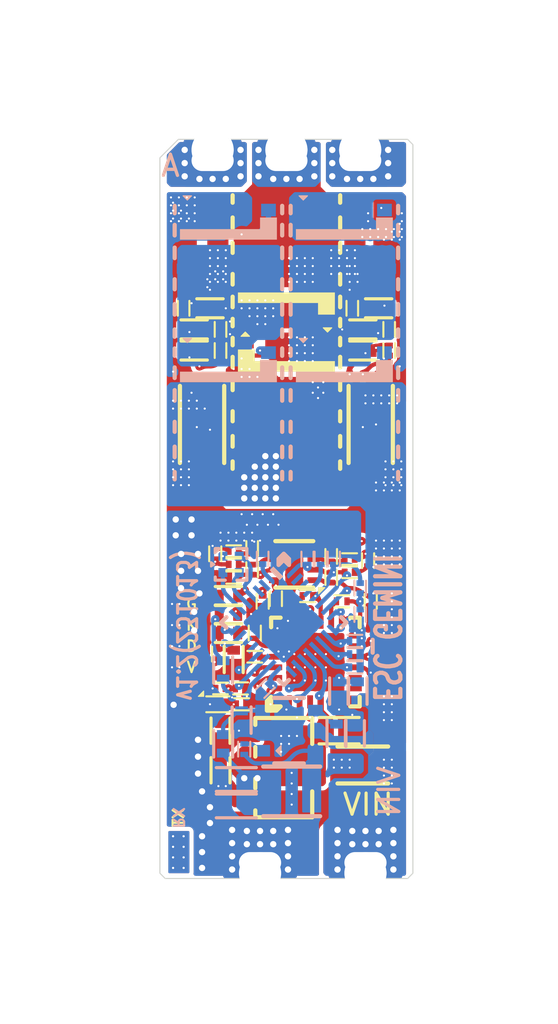
<source format=kicad_pcb>
(kicad_pcb (version 20221018) (generator pcbnew)
  (layers (0 "F.Cu" signal) (1 "In1.Cu" signal) (2 "In2.Cu" signal) (3 "In3.Cu" signal) (4 "In4.Cu" signal) (31 "B.Cu" signal) (34 "B.Paste" user) (35 "F.Paste" user) (36 "B.SilkS" user "B.Silkscreen") (37 "F.SilkS" user "F.Silkscreen") (38 "B.Mask" user) (39 "F.Mask" user) (44 "Edge.Cuts" user))
  (net 0 "")
  (net 1 "VBUS")
  (net 2 "GND")
  (net 3 "/CTRL/VBUS_SNS_U")
  (net 4 "Net-(U1A-~{RST})")
  (net 5 "/CTRL/BEMF_U")
  (net 6 "+3V3")
  (net 7 "Net-(P3-PadPAD)")
  (net 8 "+8V")
  (net 9 "Net-(U3-BST)")
  (net 10 "Net-(U3-SW)")
  (net 11 "/CTRL/VREF_U")
  (net 12 "/CTRL/PWM-CP")
  (net 13 "/CTRL/PWM-CN")
  (net 14 "/CTRL/PWM-BP")
  (net 15 "/CTRL/PWM-BN")
  (net 16 "/CTRL/PWM-AP")
  (net 17 "/CTRL/PWM-AN")
  (net 18 "Net-(U4-BST_C)")
  (net 19 "/CTRL/PHC")
  (net 20 "Net-(U4-BST_B)")
  (net 21 "/CTRL/PHB")
  (net 22 "Net-(U4-BST_A)")
  (net 23 "/CTRL/PHA")
  (net 24 "/CTRL/I_SNS_A")
  (net 25 "Net-(D1-Anode)")
  (net 26 "/CTRL/B")
  (net 27 "/CTRL/G")
  (net 28 "/CTRL/R")
  (net 29 "/CTRL/PWM_IN-P")
  (net 30 "/CTRL/PWM_IN-N")
  (net 31 "/CTRL/SWDIO")
  (net 32 "/CTRL/SWCLK")
  (net 33 "Net-(Q1-Gate)")
  (net 34 "Net-(Q2-Gate)")
  (net 35 "Net-(Q3-Gate)")
  (net 36 "Net-(Q4-Gate)")
  (net 37 "Net-(Q5-Gate)")
  (net 38 "Net-(Q6-Gate)")
  (net 39 "Net-(U1A-BOOT0)")
  (net 40 "Net-(U3-EN)")
  (net 41 "Net-(U3-FB)")
  (net 42 "Net-(U4-DT)")
  (net 43 "Net-(U4-TG_C)")
  (net 44 "Net-(U4-BG_C)")
  (net 45 "Net-(U4-TG_B)")
  (net 46 "Net-(U4-BG_B)")
  (net 47 "Net-(U4-TG_A)")
  (net 48 "Net-(U4-BG_A)")
  (net 60 "/GND_A")
  (net 61 "/GND_C")
  (net 62 "/CTRL/BEMF")
  (net 63 "Net-(U7A-IN_A+)")
  (net 64 "Net-(U7A-IN_A-)")
  (net 65 "Net-(U7B-IN_B+)")
  (net 66 "Net-(U7B-IN_B-)")
  (net 67 "/CTRL/I_SNS_C")
  (net 68 "Net-(D2-Cathode)")
  (footprint "001_GN_RCL_SMD:R0402(1005M)" (layer "F.Cu") (at 97.25 100 180)
    (fp_text reference "R3" hide)
    (fp_text value "11k")
  )
  (footprint "001_GN_RCL_SMD:R0402(1005M)" (layer "F.Cu") (at 96.375 85.5 180)
    (fp_text reference "R24" hide)
    (fp_text value "5.1R")
  )
  (footprint "001_GN_RCL_SMD:R0402(1005M)" (layer "F.Cu") (at 97.25 99.125 180)
    (fp_text reference "R5" hide)
    (fp_text value "11k")
  )
  (footprint "001_GN_RCL_SMD:R0201(0603M)" (layer "F.Cu") (at 103 97.375 180)
    (fp_text reference "R37" hide)
    (fp_text value "1k")
  )
  (footprint "001_GN_RCL_SMD:R0402(1005M)" (layer "F.Cu") (at 95.625 87.5)
    (fp_text reference "R19" hide)
    (fp_text value "5.1R")
  )
  (footprint "ESC:C0805(2012M)" (layer "F.Cu") (at 96 84.125 180)
    (fp_text reference "C14" hide)
    (fp_text value "10uF")
  )
  (footprint "PCM_kikit:Tab" (layer "F.Cu") (at 106.25 90.625 180)
    (fp_text reference "REF**" hide)
    (fp_text value "Tab")
  )
  (footprint "001_GN_RCL_SMD:R0201(0603M)" (layer "F.Cu") (at 96.75 101.875 -90)
    (fp_text reference "R6" hide)
    (fp_text value "0R")
  )
  (footprint "001_GN_RCL_SMD:C0201(0603M)" (layer "F.Cu") (at 102.625 99.375)
    (fp_text reference "C42" hide)
    (fp_text value "1uF")
  )
  (footprint "001_GN_RCL_SMD:R0201(0603M)" (layer "F.Cu") (at 95.125 85.5 -90)
    (fp_text reference "R29" hide)
    (fp_text value "10k")
  )
  (footprint "ESC:C0805(2012M)" (layer "F.Cu") (at 100.875 94.75 -90)
    (fp_text reference "C3" hide)
    (fp_text value "10uF")
  )
  (footprint "001_GN_RCL_SMD:C0603(1608M)" (layer "F.Cu") (at 102.5 105.5)
    (fp_text reference "C41" hide)
    (fp_text value "10uF")
  )
  (footprint "001_GN_RCL_SMD:C0201(0603M)" (layer "F.Cu") (at 98.5 100.875 90)
    (fp_text reference "C44" hide)
    (fp_text value "1uF")
  )
  (footprint "302_MECH_PAD:SMP-C_b7" (layer "F.Cu") (at 94.75 100.499999)
    (fp_text reference "P6" hide)
    (fp_text value "K")
  )
  (footprint "302_MECH_PAD:SMP-C_b7" (layer "F.Cu") (at 94.75 101.5)
    (fp_text reference "P5" hide)
    (fp_text value "D")
  )
  (footprint "ESC:C0805(2012M)" (layer "F.Cu") (at 102.5 94.75 -90)
    (fp_text reference "C4" hide)
    (fp_text value "10uF")
  )
  (footprint "ESC:C0805(2012M)" (layer "F.Cu") (at 104 84.125)
    (fp_text reference "C16" hide)
    (fp_text value "10uF")
  )
  (footprint "PCM_kikit:Tab" (layer "F.Cu") (at 93.75 90.625)
    (fp_text reference "REF**" hide)
    (fp_text value "Tab")
  )
  (footprint "ESC:C0805(2012M)" (layer "F.Cu") (at 96 82.5 180)
    (fp_text reference "C50" hide)
    (fp_text value "10uF")
  )
  (footprint "001_GN_RCL_SMD:C0402(1005M)" (layer "F.Cu") (at 96.875 105.5 -90)
    (fp_text reference "C25" hide)
    (fp_text value "1uF")
  )
  (footprint "001_GN_RCL_SMD:R0201(0603M)" (layer "F.Cu") (at 103.125 85.5 90)
    (fp_text reference "R26" hide)
    (fp_text value "10k")
  )
  (footprint "001_GN_RCL_SMD:R0402(1005M)" (layer "F.Cu") (at 97.5 102.125 -90)
    (fp_text reference "R4" hide)
    (fp_text value "680R")
  )
  (footprint "001_GN_RCL_SMD:R1206(3216M)" (layer "F.Cu") (at 96 91 90)
    (fp_text reference "R30" hide)
    (fp_text value "1mR")
  )
  (footprint "001_GN_RCL_SMD:R0201(0603M)" (layer "F.Cu") (at 104.875 87.5 -90)
    (fp_text reference "R21" hide)
    (fp_text value "10k")
  )
  (footprint "001_GN_RCL_SMD:R0201(0603M)" (layer "F.Cu") (at 102.125 97.25 90)
    (fp_text reference "R39" hide)
    (fp_text value "100k")
  )
  (footprint "001_GN_RCL_SMD:C0402(1005M)" (layer "F.Cu") (at 96.875 107.375 90)
    (fp_text reference "C28" hide)
    (fp_text value "1uF")
  )
  (footprint "ESC:SMP-Q_2510" (layer "F.Cu") (at 94.9 111 90)
    (fp_text reference "P3" hide)
    (fp_text value "TX")
  )
  (footprint "ESC:EGP-Q_2722" (layer "F.Cu") (at 100 77.5 180)
    (fp_text reference "P10" hide)
    (fp_text value "Solder Pad")
  )
  (footprint "001_GN_RCL_SMD:R0201(0603M)" (layer "F.Cu") (at 96.875 87.5 -90)
    (fp_text reference "R25" hide)
    (fp_text value "10k")
  )
  (footprint "001_GN_RCL_SMD:R0201(0603M)" (layer "F.Cu") (at 96.875 103.5)
    (fp_text reference "R32" hide)
    (fp_text value "510R")
  )
  (footprint "001_GN_RCL_SMD:R0201(0603M)" (layer "F.Cu") (at 97.5 97.625)
    (fp_text reference "R34" hide)
    (fp_text value "1k")
  )
  (footprint "001_GN_RCL_SMD:C0201(0603M)" (layer "F.Cu") (at 103.875 97.45 -90)
    (fp_text reference "C48" hide)
    (fp_text value "100pF")
  )
  (footprint "ESC:C0805(2012M)" (layer "F.Cu") (at 97.5 94.75 -90)
    (fp_text reference "C13" hide)
    (fp_text value "10uF")
  )
  (footprint "ESC:SON-FET_6050" (layer "F.Cu") (at 100 90 180)
    (fp_text reference "Q3" hide)
    (fp_text value "APG024N04G")
  )
  (footprint "ESC:C0805(2012M)" (layer "F.Cu") (at 104 82.5)
    (fp_text reference "C53" hide)
    (fp_text value "10uF")
  )
  (footprint "ESC:C0805(2012M)" (layer "F.Cu") (at 99.125 94.75 -90)
    (fp_text reference "C2" hide)
    (fp_text value "10uF")
  )
  (footprint "PCM_kikit:Tab" (layer "F.Cu") (at 106.25 104.375 180)
    (fp_text reference "REF**" hide)
    (fp_text value "Tab")
  )
  (footprint "004_GN_MIDDLE-SEMI_SMD:SOT-89_4525" (layer "F.Cu") (at 99.625 107.25 180)
    (fp_text reference "U2" hide)
    (fp_text value "GM7333")
  )
  (footprint "001_GN_RCL_SMD:C0201(0603M)" (layer "F.Cu") (at 99.5 99.25 -90)
    (fp_text reference "C45" hide)
    (fp_text value "100nF")
  )
  (footprint "001_GN_RCL_SMD:R0402(1005M)" (layer "F.Cu") (at 95.625 86.5)
    (fp_text reference "R23" hide)
    (fp_text value "5.1R")
  )
  (footprint "PCM_kikit:Tab" (layer "F.Cu") (at 100 112.750001 90)
    (fp_text reference "REF**" hide)
    (fp_text value "Tab")
  )
  (footprint "001_GN_RCL_SMD:R0201(0603M)" (layer "F.Cu") (at 98.5 102)
    (fp_text reference "R16" hide)
    (fp_text value "NC/100k")
  )
  (footprint "001_GN_RCL_SMD:R0201(0603M)" (layer "F.Cu") (at 104.875 86.5 90)
    (fp_text reference "R22" hide)
    (fp_text value "10k")
  )
  (footprint "001_GN_RCL_SMD:R0201(0603M)" (layer "F.Cu") (at 96.875 86.5 -90)
    (fp_text reference "R28" hide)
    (fp_text value "10k")
  )
  (footprint "001_GN_RCL_SMD:R0201(0603M)" (layer "F.Cu") (at 98.375 97.875 -90)
    (fp_text reference "R35" hide)
    (fp_text value "100k")
  )
  (footprint "ESC:C0805(2012M)" (layer "F.Cu") (at 104 80.875)
    (fp_text reference "C54" hide)
    (fp_text value "10uF")
  )
  (footprint "ESC:C0805(2012M)" (layer "F.Cu") (at 96 80.875 180)
    (fp_text reference "C51" hide)
    (fp_text value "10uF")
  )
  (footprint "ESC:EGP-Q_2722" (layer "F.Cu") (at 96.5 77.5 180)
    (fp_text reference "P9" hide)
    (fp_text value "Solder Pad")
  )
  (footprint "001_GN_RCL_SMD:R0402(1005M)" (layer "F.Cu") (at 103.625 87.5)
    (fp_text reference "R17" hide)
    (fp_text value "5.1R")
  )
  (footprint "001_GN_RCL_SMD:R0201(0603M)" (layer "F.Cu") (at 97.5 97)
    (fp_text reference "R8" hide)
    (fp_text value "1k")
  )
  (footprint "302_MECH_PAD:SMP-C_b7" (layer "F.Cu") (at 94.75 99.5)
    (fp_text reference "P2" hide)
    (fp_text value "G")
  )
  (footprint "001_GN_RCL_SMD:R0201(0603M)" (layer "F.Cu") (at 98.375 96.875 90)
    (fp_text reference "R36" hide)
    (fp_text value "100k")
  )
  (footprint "302_MECH_PAD:SMP-C_b7" (layer "F.Cu") (at 94.75 102.5)
    (fp_text reference "P1" hide)
    (fp_text value "V")
  )
  (footprint "001_GN_RCL_SMD:C0201(0603M)" (layer "F.Cu") (at 97.875 104.25)
    (fp_text reference "C1" hide)
    (fp_text value "100pF")
  )
  (footprint "004_GN_MIDDLE-SEMI_SMD:QFN-24_4040" (layer "F.Cu") (at 101.375 102.25 90)
    (fp_text reference "U4" hide)
    (fp_text value "DRV8300DRGER")
  )
  (footprint "001_GN_RCL_SMD:R0402(1005M)" (layer "F.Cu") (at 104.375 85.5 180)
    (fp_text reference "R20" hide)
    (fp_text value "5.1R")
  )
  (footprint "PCM_kikit:Tab" (layer "F.Cu") (at 100 77.249999 -90)
    (fp_text reference "REF**" hide)
    (fp_text value "Tab")
  )
  (footprint "003_GN_SMALL-SEMI_SMD:DFN-8_2020" (layer "F.Cu") (at 100.375 97.625 90)
    (fp_text reference "U7" hide)
    (fp_text value "GS8052")
  )
  (footprint "001_GN_RCL_SMD:R1206(3216M)" (layer "F.Cu") (at 104 91 90)
    (fp_text reference "R27" hide)
    (fp_text value "1mR")
  )
  (footprint "001_GN_RCL_SMD:C0201(0603M)" (layer "F.Cu") (at 97.5 98.25 180)
    (fp_text reference "C15" hide)
    (fp_text value "100pF")
  )
  (footprint "001_GN_RCL_SMD:C0201(0603M)" (layer "F.Cu") (at 98.875 99.375 -90)
    (fp_text reference "C46" hide)
    (fp_text value "10nF")
  )
  (footprint "002_GN_TWO-PIN_PLASTIC_SMD:DFN-2_1006" (layer "F.Cu") (at 96.75 104.25)
    (fp_text reference "D2" hide)
    (fp_text value "DS520-30EAA02")
  )
  (footprint "001_GN_RCL_SMD:R0201(0603M)" (layer "F.Cu") (at 103 98 180)
    (fp_text reference "R38" hide)
    (fp_text value "1k")
  )
  (footprint "001_GN_RCL_SMD:R0402(1005M)" (layer "F.Cu") (at 97.25 100.874999 180)
    (fp_text reference "R2" hide)
    (fp_text value "11k")
  )
  (footprint "001_GN_RCL_SMD:C0201(0603M)" (layer "F.Cu") (at 96.625 97.125 -90)
    (fp_text reference "C49" hide)
    (fp_text value "100pF")
  )
  (footprint "001_GN_RCL_SMD:C0201(0603M)" (layer "F.Cu") (at 97.825 103.5)
    (fp_text reference "C5" hide)
    (fp_text value "100pF")
  )
  (footprint "001_GN_RCL_SMD:C0201(0603M)" (layer "F.Cu") (at 104 99.375 -90)
    (fp_text reference "C6" hide)
    (fp_text value "100pF")
  )
  (footprint "ESC:SON-FET_6050" (layer "F.Cu") (at 100 83.25)
    (fp_text reference "Q4" hide)
    (fp_text value "APG024N04G")
  )
  (footprint "001_GN_RCL_SMD:R0805(2012M)" (layer "F.Cu") (at 103.625 107.125)
    (fp_text reference "R31" hide)
    (fp_text value "SDV2012A300C181NPTF")
  )
  (footprint "ESC:EGP-Q_2722" (layer "F.Cu") (at 103.5 77.5 180)
    (fp_text reference "P11" hide)
    (fp_text value "Solder Pad")
  )
  (footprint "PCM_kikit:Tab" (layer "F.Cu") (at 93.75 104.375)
    (fp_text reference "REF**" hide)
    (fp_text value "Tab")
  )
  (footprint "ESC:EGP-Q_3525" (layer "F.Cu") (at 98.75 112.5)
    (fp_text reference "P8" hide)
    (fp_text value "Solder Pad")
  )
  (footprint "ESC:EGP-Q_3525" (layer "F.Cu") (at 103.75 112.5)
    (fp_text reference "P7" hide)
    (fp_text value "Solder Pad")
  )
  (footprint "001_GN_RCL_SMD:R0402(1005M)" (layer "F.Cu") (at 103.625 86.5)
    (fp_text reference "R18" hide)
    (fp_text value "5.1R")
  )
  (footprint "001_GN_RCL_SMD:R0201(0603M)" (layer "F.Cu") (at 102.125 98.25 -90)
    (fp_text reference "R40" hide)
    (fp_text value "100k")
  )
  (footprint "001_GN_RCL_SMD:C0201(0603M)" (layer "F.Cu") (at 101 99.125)
    (fp_text reference "C43" hide)
    (fp_text value "1uF")
  )
  (footprint "003_GN_SMALL-SEMI_SMD:SOT-23-6" (layer "B.Cu") (at 100.125 105.5 180)
    (fp_text reference "U3" hide)
    (fp_text value "LGS5148")
  )
  (footprint "001_GN_RCL_SMD:R0201(0603M)" (layer "B.Cu") (at 103.5 98.75 -90)
    (fp_text reference "R9" hide)
    (fp_text value "10k")
  )
  (footprint "ESC:C0805(2012M)" (layer "B.Cu") (at 95.124999 95.25 -90)
    (fp_text reference "C7" hide)
    (fp_text value "10uF")
  )
  (footprint "001_GN_RCL_SMD:C0201(0603M)" (layer "B.Cu") (at 101 97.375 90)
    (fp_text reference "C20" hide)
    (fp_text value "100nF")
  )
  (footprint "ESC:C0805(2012M)" (layer "B.Cu") (at 100 95.25 -90)
    (fp_text reference "C10" hide)
    (fp_text value "10uF")
  )
  (footprint "001_GN_RCL_SMD:C0603(1608M)" (layer "B.Cu") (at 97.625 109 180)
    (fp_text reference "C34" hide)
    (fp_text value "10uF")
  )
  (footprint "ESC:SON-FET_6050" (layer "B.Cu") (at 97.25 90.5)
    (fp_text reference "Q5" hide)
    (fp_text value "APG024N04G")
  )
  (footprint "ESC:SON-FET_6050" (layer "B.Cu") (at 97.25 83.75)
    (fp_text reference "Q6" hide)
    (fp_text value "APG024N04G")
  )
  (footprint "003_GN_SMALL-SEMI_SMD:LED-4_1010" (layer "B.Cu") (at 97.375 97.625 180)
    (fp_text reference "D1" hide)
    (fp_text value "NH-B1010RGBT-HF")
  )
  (footprint "001_GN_RCL_SMD:C0201(0603M)" (layer "B.Cu") (at 98.000001 106.375 -90)
    (fp_text reference "C30" hide)
    (fp_text value "100nF")
  )
  (footprint "001_GN_RCL_SMD:C0201(0603M)" (layer "B.Cu") (at 99 103.5 -135)
    (fp_text reference "C21" hide)
    (fp_text value "100nF")
  )
  (footprint "001_GN_RCL_SMD:R0402(1005M)" (layer "B.Cu") (at 97 106.125 90)
    (fp_text reference "R11" hide)
    (fp_text value "100k")
  )
  (footprint "ESC:C0805(2012M)" (layer "B.Cu") (at 101.625 95.25 -90)
    (fp_text reference "C11" hide)
    (fp_text value "10uF")
  )
  (footprint "008_GN_POWER-CHOKE_SMD:MC-2520" (layer "B.Cu") (at 100.25 108.375 180)
    (fp_text reference "L1" hide)
    (fp_text value "22uH")
  )
  (footprint "ESC:C0805(2012M)" (layer "B.Cu") (at 96.75 95.25 -90)
    (fp_text reference "C8" hide)
    (fp_text value "10uF")
  )
  (footprint "001_GN_RCL_SMD:C0201(0603M)" (layer "B.Cu") (at 102.25 97.375 90)
    (fp_text reference "C22" hide)
    (fp_text value "100nF")
  )
  (footprint "001_GN_RCL_SMD:R0201(0603M)" (layer "B.Cu") (at 98.875 97.375 90)
    (fp_text reference "R1" hide)
    (fp_text value "10k")
  )
  (footprint "001_GN_RCL_SMD:R0402(1005M)" (layer "B.Cu") (at 97.875 105 90)
    (fp_text reference "R12" hide)
    (fp_text value "10k")
  )
  (footprint "001_GN_RCL_SMD:C0201(0603M)" (layer "B.Cu") (at 101.625 97.375 90)
    (fp_text reference "C18" hide)
    (fp_text value "100nF")
  )
  (footprint "001_GN_RCL_SMD:R0402(1005M)" (layer "B.Cu") (at 97 102.625 90)
    (fp_text reference "R15" hide)
    (fp_text value "330R")
  )
  (footprint "001_GN_RCL_SMD:C0402(1005M)" (layer "B.Cu") (at 103.25 105.625 90)
    (fp_text reference "C26" hide)
    (fp_text value "100nF")
  )
  (footprint "ESC:C0805(2012M)" (layer "B.Cu") (at 98.375 95.25 -90)
    (fp_text reference "C9" hide)
    (fp_text value "10uF")
  )
  (footprint "ESC:QFN-32_4040" (layer "B.Cu") (at 99.875 100.375 -135)
    (fp_text reference "U1" hide)
    (fp_text value "AT32F413KCU7-4")
  )
  (footprint "ESC:C0805(2012M)" (layer "B.Cu") (at 103.875 95.875 180)
    (fp_text reference "C12" hide)
    (fp_text value "10uF")
  )
  (footprint "ESC:SON-FET_6050" (layer "B.Cu") (at 102.75 83.75)
    (fp_text reference "Q2" hide)
    (fp_text value "APG024N04G")
  )
  (footprint "001_GN_RCL_SMD:C0201(0603M)" (layer "B.Cu") (at 103.25 101.25)
    (fp_text reference "C19" hide)
    (fp_text value "10nF")
  )
  (footprint "001_GN_RCL_SMD:C0201(0603M)" (layer "B.Cu") (at 103.25 102.5)
    (fp_text reference "C31" hide)
    (fp_text value "10nF")
  )
  (footprint "001_GN_RCL_SMD:R0402(1005M)" (layer "B.Cu") (at 102.375 105.625 90)
    (fp_text reference "R7" hide)
    (fp_text value "1Meg")
  )
  (footprint "001_GN_RCL_SMD:C0603(1608M)" (layer "B.Cu") (at 97.625 107.875001 180)
    (fp_text reference "C33" hide)
    (fp_text value "10uF")
  )
  (footprint "ESC:SMP-Q_2510" (layer "B.Cu") (at 94.9 111 -90)
    (fp_text reference "P4" hide)
    (fp_text value "RX")
  )
  (footprint "ESC:C0805(2012M)" (layer "B.Cu") (at 102.875 107.875 90)
    (fp_text reference "C24" hide)
    (fp_text value "10uF")
  )
  (footprint "ESC:SON-FET_6050" (layer "B.Cu") (at 102.75 90.5)
    (fp_text reference "Q1" hide)
    (fp_text value "APG024N04G")
  )
  (footprint "001_GN_RCL_SMD:R0201(0603M)" (layer "B.Cu") (at 103.5 100 -90)
    (fp_text reference "R10" hide)
    (fp_text value "10k")
  )
  (footprint "001_GN_RCL_SMD:R0402(1005M)" (layer "B.Cu") (at 103.375 103.625 90)
    (fp_text reference "R13" hide)
    (fp_text value "11k")
  )
  (footprint "001_GN_RCL_SMD:C0201(0603M)" (layer "B.Cu") (at 103.25 101.875)
    (fp_text reference "C17" hide)
    (fp_text value "10nF")
  )
  (footprint "001_GN_RCL_SMD:R0402(1005M)" (layer "B.Cu") (at 102.5 103.625 -90)
    (fp_text reference "R14" hide)
    (fp_text value "1k")
  )
  (gr_poly (pts (xy 94.25 112.5) (xy 94 112.25) (xy 94 78.375) (xy 94.875 77.5) (xy 105.75 77.5) (xy 106 77.75) (xy 106 112.25) (xy 105.75 112.5)) (stroke (width 0.05)) (fill none) (layer "Edge.Cuts"))
  (gr_text "v1.2(231013)" (at 95.25 100.5 270) (layer "B.SilkS") (effects (font (size 0.9 0.7) (thickness 0.15) bold) (justify mirror)))
  (gr_text "A" (at 94.5 78.75) (layer "B.SilkS") (effects (font (size 1 1)) (justify mirror)))
  (gr_text "VIN" (at 104.875 108.375 90) (layer "B.SilkS") (effects (font (size 1 1)) (justify mirror)))
  (gr_text "ESC_GEMINI" (at 104.75 100.625 270) (layer "B.SilkS") (effects (font (size 1.2 0.8) (thickness 0.2) bold) (justify mirror)))
  (gr_text "A" (at 94.5 78.75) (layer "F.SilkS") (effects (font (size 1 1))))
  (gr_text "VIN" (at 103.875 109) (layer "F.SilkS") (effects (font (size 1 1))))
  (via micro (at 103.375 84.25) (size 0.4) (drill 0.1) (layers "F.Cu" "In1.Cu") (net 1))
  (via (at 103.75 110.25) (size 0.6) (drill 0.3) (layers "F.Cu" "B.Cu") (net 1))
  (via (at 99 93) (size 0.6) (drill 0.3) (layers "F.Cu" "B.Cu") (net 1))
  (via micro (at 101.75 89.5) (size 0.4) (drill 0.1) (layers "F.Cu" "In1.Cu") (net 1))
  (via (at 99.5 93.5) (size 0.6) (drill 0.3) (layers "F.Cu" "B.Cu") (net 1))
  (via (at 103.75 110.875) (size 0.6) (drill 0.3) (layers "F.Cu" "B.Cu") (net 1))
  (via (at 99.5 94) (size 0.6) (drill 0.3) (layers "F.Cu" "B.Cu") (net 1))
  (via micro (at 97.5 88.375) (size 0.4) (drill 0.1) (layers "F.Cu" "In1.Cu") (net 1))
  (via (at 105.075 110.825) (size 0.6) (drill 0.3) (layers "F.Cu" "B.Cu") (net 1))
  (via micro (at 97 83.75) (size 0.4) (drill 0.1) (layers "F.Cu" "In1.Cu") (net 1))
  (via (at 103.125 110.875) (size 0.6) (drill 0.3) (layers "F.Cu" "B.Cu") (net 1))
  (via micro (at 98.25 88.375) (size 0.4) (drill 0.1) (layers "F.Cu" "In1.Cu") (net 1))
  (via micro (at 103 84.625) (size 0.4) (drill 0.1) (layers "F.Cu" "In1.Cu") (net 1))
  (via (at 99.5 94.5) (size 0.6) (drill 0.3) (layers "F.Cu" "B.Cu") (net 1))
  (via micro (at 101.5 89.75) (size 0.4) (drill 0.1) (layers "F.Cu" "In1.Cu") (net 1))
  (via (at 98 94.5) (size 0.6) (drill 0.3) (layers "F.Cu" "B.Cu") (net 1))
  (via micro (at 96.625 83.75) (size 0.4) (drill 0.1) (layers "F.Cu" "In1.Cu") (net 1))
  (via micro (at 96.625 84.125) (size 0.4) (drill 0.1) (layers "F.Cu" "In1.Cu") (net 1))
  (via micro (at 101.25 89.5) (size 0.4) (drill 0.1) (layers "F.Cu" "In1.Cu") (net 1))
  (via micro (at 98.625 88.75) (size 0.4) (drill 0.1) (layers "F.Cu" "In1.Cu") (net 1))
  (via (at 105.075 112.075) (size 0.6) (drill 0.3) (layers "F.Cu" "B.Cu") (net 1))
  (via (at 99 94.5) (size 0.6) (drill 0.3) (layers "F.Cu" "B.Cu") (net 1))
  (via (at 99 93.5) (size 0.6) (drill 0.3) (layers "F.Cu" "B.Cu") (net 1))
  (via (at 98.5 94.5) (size 0.6) (drill 0.3) (layers "F.Cu" "B.Cu") (net 1))
  (via micro (at 103.375 83.875) (size 0.4) (drill 0.1) (layers "F.Cu" "In1.Cu") (net 1))
  (via (at 98 93.5) (size 0.6) (drill 0.3) (layers "F.Cu" "B.Cu") (net 1))
  (via (at 99 92.5) (size 0.6) (drill 0.3) (layers "F.Cu" "B.Cu") (net 1))
  (via (at 102.425 110.825) (size 0.6) (drill 0.3) (layers "F.Cu" "B.Cu") (net 1))
  (via (at 99.5 93) (size 0.6) (drill 0.3) (layers "F.Cu" "B.Cu") (net 1))
  (via micro (at 96.25 84.5) (size 0.4) (drill 0.1) (layers "F.Cu" "In1.Cu") (net 1))
  (via (at 102.425 111.45) (size 0.6) (drill 0.3) (layers "F.Cu" "B.Cu") (net 1))
  (via (at 105.075 110.2) (size 0.6) (drill 0.3) (layers "F.Cu" "B.Cu") (net 1))
  (via (at 103.125 110.25) (size 0.6) (drill 0.3) (layers "F.Cu" "B.Cu") (net 1))
  (via (at 102.425 112.075) (size 0.6) (drill 0.3) (layers "F.Cu" "B.Cu") (net 1))
  (via (at 105.075 111.45) (size 0.6) (drill 0.3) (layers "F.Cu" "B.Cu") (net 1))
  (via (at 98.5 94) (size 0.6) (drill 0.3) (layers "F.Cu" "B.Cu") (net 1))
  (via (at 99 94) (size 0.6) (drill 0.3) (layers "F.Cu" "B.Cu") (net 1))
  (via (at 98.5 93.5) (size 0.6) (drill 0.3) (layers "F.Cu" "B.Cu") (net 1))
  (via (at 98 94) (size 0.6) (drill 0.3) (layers "F.Cu" "B.Cu") (net 1))
  (via (at 104.375 110.875) (size 0.6) (drill 0.3) (layers "F.Cu" "B.Cu") (net 1))
  (via micro (at 103 83.5) (size 0.4) (drill 0.1) (layers "F.Cu" "In1.Cu") (net 1))
  (via (at 104.375 110.25) (size 0.6) (drill 0.3) (layers "F.Cu" "B.Cu") (net 1))
  (via micro (at 98.25 88.75) (size 0.4) (drill 0.1) (layers "F.Cu" "In1.Cu") (net 1))
  (via (at 99.5 92.5) (size 0.6) (drill 0.3) (layers "F.Cu" "B.Cu") (net 1))
  (via micro (at 101.5 89.25) (size 0.4) (drill 0.1) (layers "F.Cu" "In1.Cu") (net 1))
  (via micro (at 101.75 89) (size 0.4) (drill 0.1) (layers "F.Cu" "In1.Cu") (net 1))
  (via micro (at 97 84.125) (size 0.4) (drill 0.1) (layers "F.Cu" "In1.Cu") (net 1))
  (via micro (at 103 84.25) (size 0.4) (drill 0.1) (layers "F.Cu" "In1.Cu") (net 1))
  (via micro (at 101.25 89) (size 0.4) (drill 0.1) (layers "F.Cu" "In1.Cu") (net 1))
  (via micro (at 103 83.875) (size 0.4) (drill 0.1) (layers "F.Cu" "In1.Cu") (net 1))
  (via (at 98.5 93) (size 0.6) (drill 0.3) (layers "F.Cu" "B.Cu") (net 1))
  (via micro (at 97.875 88.75) (size 0.4) (drill 0.1) (layers "F.Cu" "In1.Cu") (net 1))
  (via (at 102.425 110.2) (size 0.6) (drill 0.3) (layers "F.Cu" "B.Cu") (net 1))
  (via micro (at 97.875 88.375) (size 0.4) (drill 0.1) (layers "F.Cu" "In1.Cu") (net 1))
  (via micro (at 96.25 84.125) (size 0.4) (drill 0.1) (layers "F.Cu" "In1.Cu") (net 1))
  (via micro (at 104.625 100.875) (size 0.4) (drill 0.1) (layers "In4.Cu" "B.Cu") (net 1))
  (via micro (at 104.625 104.25) (size 0.4) (drill 0.1) (layers "In4.Cu" "B.Cu") (net 1))
  (via micro (at 104.625 93.75) (size 0.4) (drill 0.1) (layers "In4.Cu" "B.Cu") (net 1))
  (via micro (at 104.625 96.5) (size 0.4) (drill 0.1) (layers "In4.Cu" "B.Cu") (net 1))
  (via micro (at 105 100.5) (size 0.4) (drill 0.1) (layers "In4.Cu" "B.Cu") (net 1))
  (via micro (at 104.625 107.625) (size 0.4) (drill 0.1) (layers "In4.Cu" "B.Cu") (net 1))
  (via micro (at 105.375 97.25) (size 0.4) (drill 0.1) (layers "In4.Cu" "B.Cu") (net 1))
  (via micro (at 104.625 105) (size 0.4) (drill 0.1) (layers "In4.Cu" "B.Cu") (net 1))
  (via micro (at 105 99) (size 0.4) (drill 0.1) (layers "In4.Cu" "B.Cu") (net 1))
  (via micro (at 104.625 97.625) (size 0.4) (drill 0.1) (layers "In4.Cu" "B.Cu") (net 1))
  (via micro (at 104.625 100.5) (size 0.4) (drill 0.1) (layers "In4.Cu" "B.Cu") (net 1))
  (via micro (at 104.25 96.875) (size 0.4) (drill 0.1) (layers "In4.Cu" "B.Cu") (net 1))
  (via micro (at 105 99.75) (size 0.4) (drill 0.1) (layers "In4.Cu" "B.Cu") (net 1))
  (via micro (at 105 100.125) (size 0.4) (drill 0.1) (layers "In4.Cu" "B.Cu") (net 1))
  (via micro (at 105 108) (size 0.4) (drill 0.1) (layers "In4.Cu" "B.Cu") (net 1))
  (via micro (at 104.25 94.125) (size 0.4) (drill 0.1) (layers "In4.Cu" "B.Cu") (net 1))
  (via micro (at 105 107.25) (size 0.4) (drill 0.1) (layers "In4.Cu" "B.Cu") (net 1))
  (via micro (at 105 93.75) (size 0.4) (drill 0.1) (layers "In4.Cu" "B.Cu") (net 1))
  (via micro (at 104.625 107.25) (size 0.4) (drill 0.1) (layers "In4.Cu" "B.Cu") (net 1))
  (via micro (at 105.375 94.125) (size 0.4) (drill 0.1) (layers "In4.Cu" "B.Cu") (net 1))
  (via micro (at 104.625 103.875) (size 0.4) (drill 0.1) (layers "In4.Cu" "B.Cu") (net 1))
  (via micro (at 105 107.625) (size 0.4) (drill 0.1) (layers "In4.Cu" "B.Cu") (net 1))
  (via micro (at 105 106.875) (size 0.4) (drill 0.1) (layers "In4.Cu" "B.Cu") (net 1))
  (via micro (at 104.25 97.625) (size 0.4) (drill 0.1) (layers "In4.Cu" "B.Cu") (net 1))
  (via micro (at 105 99.375) (size 0.4) (drill 0.1) (layers "In4.Cu" "B.Cu") (net 1))
  (via micro (at 105 96.875) (size 0.4) (drill 0.1) (layers "In4.Cu" "B.Cu") (net 1))
  (via micro (at 105 97.625) (size 0.4) (drill 0.1) (layers "In4.Cu" "B.Cu") (net 1))
  (via micro (at 104.625 94.125) (size 0.4) (drill 0.1) (layers "In4.Cu" "B.Cu") (net 1))
  (via micro (at 104.625 106.875) (size 0.4) (drill 0.1) (layers "In4.Cu" "B.Cu") (net 1))
  (via micro (at 104.625 97.25) (size 0.4) (drill 0.1) (layers "In4.Cu" "B.Cu") (net 1))
  (via micro (at 105 94.125) (size 0.4) (drill 0.1) (layers "In4.Cu" "B.Cu") (net 1))
  (via micro (at 104.25 93.75) (size 0.4) (drill 0.1) (layers "In4.Cu" "B.Cu") (net 1))
  (via micro (at 105 104.25) (size 0.4) (drill 0.1) (layers "In4.Cu" "B.Cu") (net 1))
  (via micro (at 105.375 93.75) (size 0.4) (drill 0.1) (layers "In4.Cu" "B.Cu") (net 1))
  (via micro (at 105 103.875) (size 0.4) (drill 0.1) (layers "In4.Cu" "B.Cu") (net 1))
  (via micro (at 104.25 97.25) (size 0.4) (drill 0.1) (layers "In4.Cu" "B.Cu") (net 1))
  (via micro (at 104.625 108) (size 0.4) (drill 0.1) (layers "In4.Cu" "B.Cu") (net 1))
  (via micro (at 105.375 96.5) (size 0.4) (drill 0.1) (layers "In4.Cu" "B.Cu") (net 1))
  (via micro (at 105 100.875) (size 0.4) (drill 0.1) (layers "In4.Cu" "B.Cu") (net 1))
  (via micro (at 104.25 96.5) (size 0.4) (drill 0.1) (layers "In4.Cu" "B.Cu") (net 1))
  (via micro (at 105 97.25) (size 0.4) (drill 0.1) (layers "In4.Cu" "B.Cu") (net 1))
  (via micro (at 105 96.5) (size 0.4) (drill 0.1) (layers "In4.Cu" "B.Cu") (net 1))
  (via micro (at 105 104.625) (size 0.4) (drill 0.1) (layers "In4.Cu" "B.Cu") (net 1))
  (via micro (at 104.625 104.625) (size 0.4) (drill 0.1) (layers "In4.Cu" "B.Cu") (net 1))
  (via micro (at 104.625 96.875) (size 0.4) (drill 0.1) (layers "In4.Cu" "B.Cu") (net 1))
  (via micro (at 105.375 96.875) (size 0.4) (drill 0.1) (layers "In4.Cu" "B.Cu") (net 1))
  (via micro (at 105 105) (size 0.4) (drill 0.1) (layers "In4.Cu" "B.Cu") (net 1))
  (via micro (at 105.375 97.625) (size 0.4) (drill 0.1) (layers "In4.Cu" "B.Cu") (net 1))
  (segment (start 96.625 97.375) (end 96.625 97.5) (width 0.2) (layer "F.Cu") (net 2))
  (segment (start 104.25 91.25) (end 104 91.5) (width 0.2) (layer "F.Cu") (net 2))
  (segment (start 103.875 97.7) (end 104.00429 97.7) (width 0.2) (layer "F.Cu") (net 2))
  (segment (start 104 91.5) (end 104 92.4625) (width 0.2) (layer "F.Cu") (net 2))
  (segment (start 100.4125 85.975) (end 101.125 85.2625) (width 0.2) (layer "F.Cu") (net 2))
  (segment (start 103.125 85.2625) (end 101.125 85.2625) (width 0.2) (layer "F.Cu") (net 2))
  (segment (start 97.2625 97.625) (end 96.926776 97.625) (width 0.2) (layer "F.Cu") (net 2))
  (segment (start 99.375 85.975) (end 100.4125 85.975) (width 0.2) (layer "F.Cu") (net 2))
  (segment (start 104.25 91) (end 104.25 91.25) (width 0.2) (layer "F.Cu") (net 2))
  (segment (start 96.375 91.25) (end 96 91.625) (width 0.2) (layer "F.Cu") (net 2))
  (segment (start 103.813648 97.761351) (end 103.875 97.7) (width 0.2) (layer "F.Cu") (net 2))
  (segment (start 96 91.625) (end 96 92.4625) (width 0.2) (layer "F.Cu") (net 2))
  (via micro (at 101.875 103.125) (size 0.4) (drill 0.1) (layers "F.Cu" "In1.Cu") (net 2))
  (via (at 97.425 112.075) (size 0.6) (drill 0.3) (layers "F.Cu" "B.Cu") (net 2))
  (via (at 95.806999 106.732) (size 0.6) (drill 0.3) (layers "F.Cu" "B.Cu") (net 2))
  (via (at 95.806999 97.132) (size 0.6) (drill 0.3) (layers "F.Cu" "B.Cu") (net 2))
  (via (at 95.5 95.5) (size 0.6) (drill 0.3) (layers "F.Cu" "B.Cu") (net 2))
  (via micro (at 104.7 92.75) (size 0.4) (drill 0.1) (layers "F.Cu" "In1.Cu") (net 2))
  (via micro (at 99.125 95.75) (size 0.4) (drill 0.1) (layers "F.Cu" "In1.Cu") (net 2))
  (via (at 96 110.5) (size 0.6) (drill 0.3) (layers "F.Cu" "B.Cu") (net 2))
  (via micro (at 101.375 102.5) (size 0.4) (drill 0.1) (layers "F.Cu" "In1.Cu") (net 2))
  (via (at 97.425 110.825) (size 0.6) (drill 0.3) (layers "F.Cu" "B.Cu") (net 2))
  (via micro (at 96.375 91.25) (size 0.4) (drill 0.1) (layers "F.Cu" "In1.Cu") (net 2))
  (via micro (at 98.625 86.25) (size 0.4) (drill 0.1) (layers "F.Cu" "In1.Cu") (net 2))
  (via micro (at 95 93.125) (size 0.4) (drill 0.1) (layers "F.Cu" "In1.Cu") (net 2))
  (via micro (at 98.625 85.5) (size 0.4) (drill 0.1) (layers "F.Cu" "In1.Cu") (net 2))
  (via micro (at 94.925 99.5) (size 0.4) (drill 0.1) (layers "F.Cu" "In1.Cu") (net 2))
  (via micro (at 99.375 85.875) (size 0.4) (drill 0.1) (layers "F.Cu" "In1.Cu") (net 2))
  (via (at 96 112) (size 0.6) (drill 0.3) (layers "F.Cu" "B.Cu") (net 2))
  (via micro (at 95 92.75) (size 0.4) (drill 0.1) (layers "F.Cu" "In1.Cu") (net 2))
  (via micro (at 104.125 97.75) (size 0.4) (drill 0.1) (layers "F.Cu" "In1.Cu") (net 2))
  (via (at 100.075 110.2) (size 0.6) (drill 0.3) (layers "F.Cu" "B.Cu") (net 2))
  (via micro (at 105.075 92.75) (size 0.4) (drill 0.1) (layers "F.Cu" "In1.Cu") (net 2))
  (via micro (at 95.375 92.75) (size 0.4) (drill 0.1) (layers "F.Cu" "In1.Cu") (net 2))
  (via micro (at 95.375 93.5) (size 0.4) (drill 0.1) (layers "F.Cu" "In1.Cu") (net 2))
  (via (at 100.075 110.825) (size 0.6) (drill 0.3) (layers "F.Cu" "B.Cu") (net 2))
  (via micro (at 100.875 103.125) (size 0.4) (drill 0.1) (layers "F.Cu" "In1.Cu") (net 2))
  (via micro (at 100.875 102.5) (size 0.4) (drill 0.1) (layers "F.Cu" "In1.Cu") (net 2))
  (via (at 96 108.375) (size 0.6) (drill 0.3) (layers "F.Cu" "B.Cu") (net 2))
  (via micro (at 95.375 93.125) (size 0.4) (drill 0.1) (layers "F.Cu" "In1.Cu") (net 2))
  (via micro (at 99.375 85.125) (size 0.4) (drill 0.1) (layers "F.Cu" "In1.Cu") (net 2))
  (via (at 95.806999 97.932) (size 0.6) (drill 0.3) (layers "F.Cu" "B.Cu") (net 2))
  (via (at 94.75 95.5) (size 0.6) (drill 0.3) (layers "F.Cu" "B.Cu") (net 2))
  (via micro (at 99.25 104.25) (size 0.4) (drill 0.1) (layers "F.Cu" "In1.Cu") (net 2))
  (via micro (at 105.45 93.875) (size 0.4) (drill 0.1) (layers "F.Cu" "In1.Cu") (net 2))
  (via micro (at 99 86.25) (size 0.4) (drill 0.1) (layers "F.Cu" "In1.Cu") (net 2))
  (via micro (at 105.075 93.875) (size 0.4) (drill 0.1) (layers "F.Cu" "In1.Cu") (net 2))
  (via (at 96.375 109.875) (size 0.6) (drill 0.3) (layers "F.Cu" "B.Cu") (net 2))
  (via micro (at 101.375 103.125) (size 0.4) (drill 0.1) (layers "F.Cu" "In1.Cu") (net 2))
  (via micro (at 98.325 99.975) (size 0.4) (drill 0.1) (layers "F.Cu" "In1.Cu") (net 2))
  (via micro (at 105.45 93.5) (size 0.4) (drill 0.1) (layers "F.Cu" "In1.Cu") (net 2))
  (via (at 95.875 99) (size 0.6) (drill 0.3) (layers "F.Cu" "B.Cu") (net 2))
  (via (at 95.006999 97.132) (size 0.6) (drill 0.3) (layers "F.Cu" "B.Cu") (net 2))
  (via (at 97.425 111.45) (size 0.6) (drill 0.3) (layers "F.Cu" "B.Cu") (net 2))
  (via (at 95 98.75) (size 0.6) (drill 0.3) (layers "F.Cu" "B.Cu") (net 2))
  (via micro (at 105.075 93.5) (size 0.4) (drill 0.1) (layers "F.Cu" "In1.Cu") (net 2))
  (via micro (at 101.875 102.5) (size 0.4) (drill 0.1) (layers "F.Cu" "In1.Cu") (net 2))
  (via micro (at 96.625 97.5) (size 0.4) (drill 0.1) (layers "F.Cu" "In1.Cu") (net 2))
  (via micro (at 98.375 95.25) (size 0.4) (drill 0.1) (layers "F.Cu" "In1.Cu") (net 2))
  (via micro (at 101.875 101.875) (size 0.4) (drill 0.1) (layers "F.Cu" "In1.Cu") (net 2))
  (via (at 98.75 110.25) (size 0.6) (drill 0.3) (layers "F.Cu" "B.Cu") (net 2))
  (via micro (at 105.45 92.75) (size 0.4) (drill 0.1) (layers "F.Cu" "In1.Cu") (net 2))
  (via micro (at 100.375 101.875) (size 0.4) (drill 0.1) (layers "F.Cu" "In1.Cu") (net 2))
  (via micro (at 104.7 93.5) (size 0.4) (drill 0.1) (layers "F.Cu" "In1.Cu") (net 2))
  (via micro (at 94.625 93.125) (size 0.4) (drill 0.1) (layers "F.Cu" "In1.Cu") (net 2))
  (via micro (at 105.45 93.125) (size 0.4) (drill 0.1) (layers "F.Cu" "In1.Cu") (net 2))
  (via (at 95.625 100.75) (size 0.6) (drill 0.3) (layers "F.Cu" "B.Cu") (net 2))
  (via micro (at 98.875 95.25) (size 0.4) (drill 0.1) (layers "F.Cu" "In1.Cu") (net 2))
  (via (at 94.65 104.275) (size 0.6) (drill 0.3) (layers "F.Cu" "B.Cu") (net 2))
  (via (at 99.375 110.25) (size 0.6) (drill 0.3) (layers "F.Cu" "B.Cu") (net 2))
  (via micro (at 97.875 85.5) (size 0.4) (drill 0.1) (layers "F.Cu" "In1.Cu") (net 2))
  (via micro (at 94.625 92.75) (size 0.4) (drill 0.1) (layers "F.Cu" "In1.Cu") (net 2))
  (via (at 98.125 110.25) (size 0.6) (drill 0.3) (layers "F.Cu" "B.Cu") (net 2))
  (via micro (at 94.625 93.875) (size 0.4) (drill 0.1) (layers "F.Cu" "In1.Cu") (net 2))
  (via micro (at 98.625 85.875) (size 0.4) (drill 0.1) (layers "F.Cu" "In1.Cu") (net 2))
  (via micro (at 95.375 93.875) (size 0.4) (drill 0.1) (layers "F.Cu" "In1.Cu") (net 2))
  (via micro (at 94.625 93.5) (size 0.4) (drill 0.1) (layers "F.Cu" "In1.Cu") (net 2))
  (via micro (at 95 93.5) (size 0.4) (drill 0.1) (layers "F.Cu" "In1.Cu") (net 2))
  (via micro (at 99.375 85.5) (size 0.4) (drill 0.1) (layers "F.Cu" "In1.Cu") (net 2))
  (via (at 96.375 109.125) (size 0.6) (drill 0.3) (layers "F.Cu" "B.Cu") (net 2))
  (via (at 95.5 96.25) (size 0.6) (drill 0.3) (layers "F.Cu" "B.Cu") (net 2))
  (via micro (at 97.875 85.125) (size 0.4) (drill 0.1) (layers "F.Cu" "In1.Cu") (net 2))
  (via (at 95.806999 105.932) (size 0.6) (drill 0.3) (layers "F.Cu" "B.Cu") (net 2))
  (via (at 100.075 112.075) (size 0.6) (drill 0.3) (layers "F.Cu" "B.Cu") (net 2))
  (via (at 96 111.25) (size 0.6) (drill 0.3) (layers "F.Cu" "B.Cu") (net 2))
  (via micro (at 98.25 85.5) (size 0.4) (drill 0.1) (layers "F.Cu" "In1.Cu") (net 2))
  (via (at 98.125 110.875) (size 0.6) (drill 0.3) (layers "F.Cu" "B.Cu") (net 2))
  (via micro (at 98.625 85.125) (size 0.4) (drill 0.1) (layers "F.Cu" "In1.Cu") (net 2))
  (via micro (at 94.575 99.5) (size 0.4) (drill 0.1) (layers "F.Cu" "In1.Cu") (net 2))
  (via micro (at 99 85.875) (size 0.4) (drill 0.1) (layers "F.Cu" "In1.Cu") (net 2))
  (via micro (at 99 85.5) (size 0.4) (drill 0.1) (layers "F.Cu" "In1.Cu") (net 2))
  (via micro (at 98.25 85.875) (size 0.4) (drill 0.1) (layers "F.Cu" "In1.Cu") (net 2))
  (via micro (at 100.875 101.875) (size 0.4) (drill 0.1) (layers "F.Cu" "In1.Cu") (net 2))
  (via micro (at 99 85.125) (size 0.4) (drill 0.1) (layers "F.Cu" "In1.Cu") (net 2))
  (via micro (at 100.375 103.125) (size 0.4) (drill 0.1) (layers "F.Cu" "In1.Cu") (net 2))
  (via micro (at 105.075 93.125) (size 0.4) (drill 0.1) (layers "F.Cu" "In1.Cu") (net 2))
  (via micro (at 98.125 95.75) (size 0.4) (drill 0.1) (layers "F.Cu" "In1.Cu") (net 2))
  (via micro (at 104.7 93.125) (size 0.4) (drill 0.1) (layers "F.Cu" "In1.Cu") (net 2))
  (via (at 97.425 110.2) (size 0.6) (drill 0.3) (layers "F.Cu" "B.Cu") (net 2))
  (via (at 94.75 96.25) (size 0.6) (drill 0.3) (layers "F.Cu" "B.Cu") (net 2))
  (via micro (at 99.625 95.75) (size 0.4) (drill 0.1) (layers "F.Cu" "In1.Cu") (net 2))
  (via (at 95.806999 107.532) (size 0.6) (drill 0.3) (layers "F.Cu" "B.Cu") (net 2))
  (via micro (at 98.625 95.75) (size 0.4) (drill 0.1) (layers "F.Cu" "In1.Cu") (net 2))
  (via micro (at 97.875 95.25) (size 0.4) (drill 0.1) (layers "F.Cu" "In1.Cu") (net 2))
  (via (at 98.75 110.875) (size 0.6) (drill 0.3) (layers "F.Cu" "B.Cu") (net 2))
  (via micro (at 100.375 102.5) (size 0.4) (drill 0.1) (layers "F.Cu" "In1.Cu") (net 2))
  (via micro (at 104.7 93.875) (size 0.4) (drill 0.1) (layers "F.Cu" "In1.Cu") (net 2))
  (via micro (at 98.25 85.125) (size 0.4) (drill 0.1) (layers "F.Cu" "In1.Cu") (net 2))
  (via (at 95.625 99.875) (size 0.6) (drill 0.3) (layers "F.Cu" "B.Cu") (net 2))
  (via micro (at 99.375 95.25) (size 0.4) (drill 0.1) (layers "F.Cu" "In1.Cu") (net 2))
  (via micro (at 101.375 101.875) (size 0.4) (drill 0.1) (layers "F.Cu" "In1.Cu") (net 2))
  (via (at 95.006999 97.932) (size 0.6) (drill 0.3) (layers "F.Cu" "B.Cu") (net 2))
  (via (at 100.075 111.45) (size 0.6) (drill 0.3) (layers "F.Cu" "B.Cu") (net 2))
  (via micro (at 95 93.875) (size 0.4) (drill 0.1) (layers "F.Cu" "In1.Cu") (net 2))
  (via micro (at 104.25 91) (size 0.4) (drill 0.1) (layers "F.Cu" "In1.Cu") (net 2))
  (via (at 99.375 110.875) (size 0.6) (drill 0.3) (layers "F.Cu" "B.Cu") (net 2))
  (arc (start 96.926776 97.625) (mid 96.763456 97.592514) (end 96.625 97.5) (width 0.2) (layer "F.Cu") (net 2))
  (arc (start 103.2375 98) (mid 103.549309 97.937977) (end 103.813648 97.761351) (width 0.2) (layer "F.Cu") (net 2))
  (arc (start 104.00429 97.7) (mid 104.069617 97.712995) (end 104.125 97.75) (width 0.2) (layer "F.Cu") (net 2))
  (via micro (at 102.625 106.875) (size 0.4) (drill 0.1) (layers "In4.Cu" "B.Cu") (net 2))
  (via micro (at 100.25 107.5) (size 0.4) (drill 0.1) (layers "In4.Cu" "B.Cu") (net 2))
  (via micro (at 103.575 101.5) (size 0.4) (drill 0.1) (layers "In4.Cu" "B.Cu") (net 2))
  (via micro (at 97.625 96.5) (size 0.4) (drill 0.1) (layers "In4.Cu" "B.Cu") (net 2))
  (via micro (at 103.125 104.75) (size 0.4) (drill 0.1) (layers "In4.Cu" "B.Cu") (net 2))
  (via micro (at 100.5 105.75) (size 0.4) (drill 0.1) (layers "In4.Cu" "B.Cu") (net 2))
  (via micro (at 103.575 100.75) (size 0.4) (drill 0.1) (layers "In4.Cu" "B.Cu") (net 2))
  (via micro (at 99.875 102) (size 0.4) (drill 0.1) (layers "In4.Cu" "B.Cu") (net 2))
  (via micro (at 102.5 104.5) (size 0.4) (drill 0.1) (layers "In4.Cu" "B.Cu") (net 2))
  (via micro (at 103 106.875) (size 0.4) (drill 0.1) (layers "In4.Cu" "B.Cu") (net 2))
  (via micro (at 100.25 108) (size 0.4) (drill 0.1) (layers "In4.Cu" "B.Cu") (net 2))
  (via micro (at 97.625 96.125) (size 0.4) (drill 0.1) (layers "In4.Cu" "B.Cu") (net 2))
  (via micro (at 100.25 108.5) (size 0.4) (drill 0.1) (layers "In4.Cu" "B.Cu") (net 2))
  (via micro (at 100.125 105.75) (size 0.4) (drill 0.1) (layers "In4.Cu" "B.Cu") (net 2))
  (via micro (at 97.25 96.5) (size 0.4) (drill 0.1) (layers "In4.Cu" "B.Cu") (net 2))
  (via micro (at 99.75 106.125) (size 0.4) (drill 0.1) (layers "In4.Cu" "B.Cu") (net 2))
  (via micro (at 97.25 96.125) (size 0.4) (drill 0.1) (layers "In4.Cu" "B.Cu") (net 2))
  (via micro (at 100.125 101.75) (size 0.4) (drill 0.1) (layers "In4.Cu" "B.Cu") (net 2))
  (via micro (at 100.25 109) (size 0.4) (drill 0.1) (layers "In4.Cu" "B.Cu") (net 2))
  (via micro (at 98.75 96.5) (size 0.4) (drill 0.1) (layers "In4.Cu" "B.Cu") (net 2))
  (via micro (at 102.25 107.25) (size 0.4) (drill 0.1) (layers "In4.Cu" "B.Cu") (net 2))
  (via micro (at 103 107.25) (size 0.4) (drill 0.1) (layers "In4.Cu" "B.Cu") (net 2))
  (via micro (at 99.75 105.75) (size 0.4) (drill 0.1) (layers "In4.Cu" "B.Cu") (net 2))
  (via micro (at 100.125 106.125) (size 0.4) (drill 0.1) (layers "In4.Cu" "B.Cu") (net 2))
  (via micro (at 98.375 96.5) (size 0.4) (drill 0.1) (layers "In4.Cu" "B.Cu") (net 2))
  (via micro (at 96.875 96.5) (size 0.4) (drill 0.1) (layers "In4.Cu" "B.Cu") (net 2))
  (via micro (at 97.75 105.5) (size 0.4) (drill 0.1) (layers "In4.Cu" "B.Cu") (net 2))
  (via micro (at 99.75 106.5) (size 0.4) (drill 0.1) (layers "In4.Cu" "B.Cu") (net 2))
  (via micro (at 99.625 101.75) (size 0.4) (drill 0.1) (layers "In4.Cu" "B.Cu") (net 2))
  (via micro (at 96.875 96.125) (size 0.4) (drill 0.1) (layers "In4.Cu" "B.Cu") (net 2))
  (via micro (at 103.575 101.125) (size 0.4) (drill 0.1) (layers "In4.Cu" "B.Cu") (net 2))
  (via micro (at 102.625 107.25) (size 0.4) (drill 0.1) (layers "In4.Cu" "B.Cu") (net 2))
  (via micro (at 98.375 96.125) (size 0.4) (drill 0.1) (layers "In4.Cu" "B.Cu") (net 2))
  (via micro (at 98 96.125) (size 0.4) (drill 0.1) (layers "In4.Cu" "B.Cu") (net 2))
  (via micro (at 98 96.5) (size 0.4) (drill 0.1) (layers "In4.Cu" "B.Cu") (net 2))
  (via micro (at 102.25 106.875) (size 0.4) (drill 0.1) (layers "In4.Cu" "B.Cu") (net 2))
  (via micro (at 102.5 103) (size 0.4) (drill 0.1) (layers "In4.Cu" "B.Cu") (net 3))
  (via micro (at 102.475 101.975) (size 0.4) (drill 0.1) (layers "In4.Cu" "B.Cu") (net 3))
  (segment (start 101.633928 101.2854) (end 102.224264 101.875736) (width 0.2) (layer "B.Cu") (net 3))
  (segment (start 102.5 103.1875) (end 103.375 103.1875) (width 0.25) (layer "B.Cu") (net 3))
  (segment (start 102.475 101.975) (end 102.463908 101.975) (width 0.2) (layer "B.Cu") (net 3))
  (segment (start 102.5 103) (end 102.5 103.1875) (width 0.25) (layer "B.Cu") (net 3))
  (segment (start 103 101.875) (end 102.716421 101.875) (width 0.2) (layer "B.Cu") (net 3))
  (arc (start 102.463908 101.975) (mid 102.334214 101.949202) (end 102.224264 101.875736) (width 0.2) (layer "B.Cu") (net 3))
  (arc (start 102.716421 101.875) (mid 102.585765 101.900989) (end 102.475 101.975) (width 0.2) (layer "B.Cu") (net 3))
  (segment (start 101.068243 98.898915) (end 101.371079 98.596079) (width 0.2) (layer "B.Cu") (net 4))
  (segment (start 101.625 97.98306) (end 101.625 97.625) (width 0.2) (layer "B.Cu") (net 4))
  (arc (start 101.371079 98.596079) (mid 101.559008 98.314824) (end 101.625 97.98306) (width 0.2) (layer "B.Cu") (net 4))
  (segment (start 96.7375 102.1125) (end 96.6 102.25) (width 0.2) (layer "F.Cu") (net 5))
  (segment (start 96.75 102.1125) (end 96.7375 102.1125) (width 0.2) (layer "F.Cu") (net 5))
  (via micro (at 96.6 102.25) (size 0.4) (drill 0.1) (layers "F.Cu" "In1.Cu") (net 5))
  (via micro (at 102.575 101.375) (size 0.4) (drill 0.1) (layers "In4.Cu" "B.Cu") (net 5))
  (segment (start 102.423008 101.375) (end 102.575 101.375) (width 0.2) (layer "B.Cu") (net 5))
  (segment (start 101.916771 101.002557) (end 102.194607 101.280393) (width 0.2) (layer "B.Cu") (net 5))
  (segment (start 102.575 101.375) (end 102.611611 101.338389) (width 0.2) (layer "B.Cu") (net 5))
  (segment (start 102.825 101.25) (end 103 101.25) (width 0.2) (layer "B.Cu") (net 5))
  (arc (start 102.194607 101.280393) (mid 102.299398 101.350412) (end 102.423008 101.375) (width 0.2) (layer "B.Cu") (net 5))
  (arc (start 102.611611 101.338389) (mid 102.709514 101.272972) (end 102.825 101.25) (width 0.2) (layer "B.Cu") (net 5))
  (segment (start 99.500317 98.412817) (end 99.4625 98.375) (width 0.25) (layer "F.Cu") (net 6))
  (segment (start 99.500317 98.565002) (end 99.500317 98.412817) (width 0.25) (layer "F.Cu") (net 6))
  (segment (start 99.5 98.625) (end 99.5 98.590533) (width 0.25) (layer "F.Cu") (net 6))
  (segment (start 99.5 98.625) (end 99.5 99) (width 0.25) (layer "F.Cu") (net 6))
  (via micro (at 99.5 98.625) (size 0.4) (drill 0.1) (layers "F.Cu" "In1.Cu") (net 6))
  (via micro (at 94.925 102.5) (size 0.4) (drill 0.1) (layers "F.Cu" "In1.Cu") (net 6))
  (via micro (at 96.775 108.125) (size 0.4) (drill 0.1) (layers "F.Cu" "In1.Cu") (net 6))
  (via micro (at 94.575 102.5) (size 0.4) (drill 0.1) (layers "F.Cu" "In1.Cu") (net 6))
  (via micro (at 97.125 108.125) (size 0.4) (drill 0.1) (layers "F.Cu" "In1.Cu") (net 6))
  (arc (start 99.5 98.590533) (mid 99.499386 98.577983) (end 99.500317 98.565002) (width 0.25) (layer "F.Cu") (net 6))
  (via micro (at 99.375 103.375) (size 0.4) (drill 0.1) (layers "In4.Cu" "B.Cu") (net 6))
  (via micro (at 102.25 98) (size 0.4) (drill 0.1) (layers "In4.Cu" "B.Cu") (net 6))
  (via micro (at 97.425 103.925) (size 0.4) (drill 0.1) (layers "In4.Cu" "B.Cu") (net 6))
  (via micro (at 101 97.75) (size 0.4) (drill 0.1) (layers "In4.Cu" "B.Cu") (net 6))
  (segment (start 97.1 103.55) (end 97.389644 103.839644) (width 0.2) (layer "B.Cu") (net 6))
  (segment (start 97 103.0625) (end 97 103.308579) (width 0.2) (layer "B.Cu") (net 6))
  (segment (start 100.815782 97.625) (end 101 97.625) (width 0.2) (layer "B.Cu") (net 6))
  (segment (start 100.219715 98.050386) (end 100.524411 97.74569) (width 0.2) (layer "B.Cu") (net 6))
  (segment (start 103.5 98.343198) (end 103.5 98.5125) (width 0.2) (layer "B.Cu") (net 6))
  (segment (start 101 97.625) (end 101 97.75) (width 0.2) (layer "B.Cu") (net 6))
  (segment (start 99.530285 102.699614) (end 99.367768 102.862131) (width 0.2) (layer "B.Cu") (net 6))
  (segment (start 102.063388 98.186611) (end 102.25 98) (width 0.2) (layer "B.Cu") (net 6))
  (segment (start 102.25 98) (end 102.25 97.625) (width 0.2) (layer "B.Cu") (net 6))
  (segment (start 99.249329 103.024329) (end 99.249329 103.071604) (width 0.2) (layer "B.Cu") (net 6))
  (segment (start 101.351085 99.181757) (end 101.863388 98.669454) (width 0.2) (layer "B.Cu") (net 6))
  (segment (start 102.25 97.625) (end 102.852513 97.625) (width 0.2) (layer "B.Cu") (net 6))
  (arc (start 100.524411 97.74569) (mid 100.658092 97.656367) (end 100.815782 97.625) (width 0.2) (layer "B.Cu") (net 6))
  (arc (start 99.249329 103.071604) (mid 99.281989 103.235801) (end 99.375 103.375) (width 0.2) (layer "B.Cu") (net 6))
  (arc (start 97.389644 103.839644) (mid 97.415811 103.878805) (end 97.425 103.925) (width 0.2) (layer "B.Cu") (net 6))
  (arc (start 97 103.308579) (mid 97.025989 103.439235) (end 97.1 103.55) (width 0.2) (layer "B.Cu") (net 6))
  (arc (start 103.275 97.8) (mid 103.441524 98.049221) (end 103.5 98.343198) (width 0.2) (layer "B.Cu") (net 6))
  (arc (start 101.975 98.4) (mid 101.997971 98.284515) (end 102.063388 98.186611) (width 0.2) (layer "B.Cu") (net 6))
  (arc (start 99.367768 102.862131) (mid 99.226414 103.073681) (end 99.176777 103.323223) (width 0.2) (layer "B.Cu") (net 6))
  (arc (start 101.863388 98.669454) (mid 101.945993 98.545828) (end 101.975 98.4) (width 0.2) (layer "B.Cu") (net 6))
  (arc (start 102.852513 97.625) (mid 103.081161 97.670481) (end 103.275 97.8) (width 0.2) (layer "B.Cu") (net 6))
  (segment (start 96.6375 103.5) (end 96.5 103.5) (width 0.2) (layer "F.Cu") (net 7))
  (via micro (at 94.625 111.5) (size 0.4) (drill 0.1) (layers "F.Cu" "In1.Cu") (net 7))
  (via micro (at 94.625 110.5) (size 0.4) (drill 0.1) (layers "F.Cu" "In1.Cu") (net 7))
  (via micro (at 96.5 103.5) (size 0.4) (drill 0.1) (layers "F.Cu" "In1.Cu") (net 7))
  (via micro (at 94.625 111) (size 0.4) (drill 0.1) (layers "F.Cu" "In1.Cu") (net 7))
  (via micro (at 95.125 112) (size 0.4) (drill 0.1) (layers "F.Cu" "In1.Cu") (net 7))
  (via micro (at 95.125 111) (size 0.4) (drill 0.1) (layers "F.Cu" "In1.Cu") (net 7))
  (via micro (at 95.125 111.5) (size 0.4) (drill 0.1) (layers "F.Cu" "In1.Cu") (net 7))
  (via micro (at 95.125 110.5) (size 0.4) (drill 0.1) (layers "F.Cu" "In1.Cu") (net 7))
  (via micro (at 94.625 112) (size 0.4) (drill 0.1) (layers "F.Cu" "In1.Cu") (net 7))
  (via (at 98 107.75) (size 0.6) (drill 0.3) (layers "F.Cu" "B.Cu") (net 8))
  (via (at 98.625 107.75) (size 0.6) (drill 0.3) (layers "F.Cu" "B.Cu") (net 8))
  (segment (start 98 107.75) (end 98 107.625) (width 0.2) (layer "B.Cu") (net 8))
  (segment (start 97 106.625) (end 97 106.5625) (width 0.2) (layer "B.Cu") (net 8))
  (segment (start 98 107.625) (end 97 106.625) (width 0.2) (layer "B.Cu") (net 8))
  (segment (start 98.463389 106.213388) (end 98.5 106.25) (width 0.2) (layer "B.Cu") (net 9))
  (segment (start 98.875 106.45) (end 98.7 106.45) (width 0.2) (layer "B.Cu") (net 9))
  (segment (start 98.25 106.125) (end 98.000001 106.125) (width 0.2) (layer "B.Cu") (net 9))
  (segment (start 98.7 106.45) (end 98.5 106.25) (width 0.2) (layer "B.Cu") (net 9))
  (arc (start 98.25 106.125) (mid 98.365485 106.147971) (end 98.463389 106.213388) (width 0.2) (layer "B.Cu") (net 9))
  (segment (start 101.375 106.45) (end 100.885875 106.45) (width 0.2) (layer "B.Cu") (net 10))
  (segment (start 99.702513 107.05) (end 98.60178 107.05) (width 0.2) (layer "B.Cu") (net 10))
  (segment (start 98.300001 106.924999) (end 98.000001 106.625) (width 0.2) (layer "B.Cu") (net 10))
  (segment (start 100.3125 106.6875) (end 100.125 106.875) (width 0.2) (layer "B.Cu") (net 10))
  (arc (start 100.125 106.875) (mid 99.931162 107.004519) (end 99.702513 107.05) (width 0.2) (layer "B.Cu") (net 10))
  (arc (start 100.885875 106.45) (mid 100.575566 106.511725) (end 100.3125 106.6875) (width 0.2) (layer "B.Cu") (net 10))
  (arc (start 98.60178 107.05) (mid 98.438459 107.017513) (end 98.300001 106.924999) (width 0.2) (layer "B.Cu") (net 10))
  (segment (start 98.396339 96.628661) (end 98.475 96.55) (width 0.2) (layer "F.Cu") (net 11))
  (segment (start 102.758731 96.75) (end 102.825 96.75) (width 0.2) (layer "F.Cu") (net 11))
  (segment (start 102.825 96.75) (end 103.031802 96.75) (width 0.2) (layer "F.Cu") (net 11))
  (segment (start 98.866181 98.882062) (end 98.866181 99.10371) (width 0.2) (layer "F.Cu") (net 11))
  (segment (start 102.825 96.75) (end 102.850736 96.75) (width 0.2) (layer "F.Cu") (net 11))
  (via micro (at 98.866181 98.882062) (size 0.4) (drill 0.1) (layers "F.Cu" "In1.Cu") (net 11))
  (via micro (at 103.575 96.525) (size 0.4) (drill 0.1) (layers "F.Cu" "In1.Cu") (net 11))
  (via micro (at 98.475 96.55) (size 0.4) (drill 0.1) (layers "F.Cu" "In1.Cu") (net 11))
  (arc (start 103.031802 96.75) (mid 103.325779 96.691525) (end 103.575 96.525) (width 0.2) (layer "F.Cu") (net 11))
  (arc (start 98.866181 99.10371) (mid 98.868473 99.115232) (end 98.875 99.125) (width 0.2) (layer "F.Cu") (net 11))
  (arc (start 98.375 96.6375) (mid 98.386549 96.635203) (end 98.396339 96.628661) (width 0.2) (layer "F.Cu") (net 11))
  (arc (start 102.125 97.0125) (mid 102.415758 96.818222) (end 102.758731 96.75) (width 0.2) (layer "F.Cu") (net 11))
  (via micro (at 102.875 102.5) (size 0.4) (drill 0.1) (layers "In4.Cu" "B.Cu") (net 11))
  (via micro (at 103.5 99.375) (size 0.4) (drill 0.1) (layers "In4.Cu" "B.Cu") (net 11))
  (segment (start 103.5 98.9875) (end 103.5 99.7625) (width 0.2) (layer "B.Cu") (net 11))
  (segment (start 102.875 102.5) (end 103 102.5) (width 0.2) (layer "B.Cu") (net 11))
  (segment (start 102.875 102.5) (end 102.85 102.475) (width 0.2) (layer "B.Cu") (net 11))
  (segment (start 102.153921 102.371079) (end 101.351085 101.568243) (width 0.2) (layer "B.Cu") (net 11))
  (segment (start 102.85 102.475) (end 102.404808 102.475) (width 0.2) (layer "B.Cu") (net 11))
  (arc (start 102.404808 102.475) (mid 102.269029 102.447992) (end 102.153921 102.371079) (width 0.2) (layer "B.Cu") (net 11))
  (segment (start 99.3625 103.625) (end 99.4875 103.5) (width 0.2) (layer "F.Cu") (net 12))
  (segment (start 99.25 103.625) (end 99.3625 103.625) (width 0.2) (layer "F.Cu") (net 12))
  (via micro (at 99.25 103.625) (size 0.4) (drill 0.1) (layers "F.Cu" "In1.Cu") (net 12))
  (via micro (at 98.125 103.875) (size 0.4) (drill 0.1) (layers "In4.Cu" "B.Cu") (net 12))
  (segment (start 98.143934 103.856066) (end 98.125 103.875) (width 0.2) (layer "B.Cu") (net 12))
  (segment (start 99.247443 102.416771) (end 98.381371 103.282843) (width 0.2) (layer "B.Cu") (net 12))
  (arc (start 98.381371 103.282843) (mid 98.284142 103.428356) (end 98.25 103.6) (width 0.2) (layer "B.Cu") (net 12))
  (arc (start 98.25 103.6) (mid 98.222434 103.738582) (end 98.143934 103.856066) (width 0.2) (layer "B.Cu") (net 12))
  (segment (start 101.125 104.1375) (end 101.125 104.875) (width 0.2) (layer "F.Cu") (net 13))
  (via micro (at 101.125 104.875) (size 0.4) (drill 0.1) (layers "F.Cu" "In1.Cu") (net 13))
  (via micro (at 101.55 103.85) (size 0.4) (drill 0.1) (layers "In4.Cu" "B.Cu") (net 13))
  (segment (start 101.55 103.85) (end 101.559834 103.840166) (width 0.2) (layer "B.Cu") (net 13))
  (segment (start 101.068243 101.851085) (end 101.636091 102.418933) (width 0.2) (layer "B.Cu") (net 13))
  (segment (start 101.825 102.875) (end 101.825 103.2) (width 0.2) (layer "B.Cu") (net 13))
  (arc (start 101.636091 102.418933) (mid 101.775904 102.628178) (end 101.825 102.875) (width 0.2) (layer "B.Cu") (net 13))
  (arc (start 101.559834 103.840166) (mid 101.756085 103.546456) (end 101.825 103.2) (width 0.2) (layer "B.Cu") (net 13))
  (segment (start 99.194454 103) (end 99.4875 103) (width 0.2) (layer "F.Cu") (net 14))
  (segment (start 98.8625 103.1375) (end 98.625 103.375) (width 0.2) (layer "F.Cu") (net 14))
  (via micro (at 98.625 103.375) (size 0.4) (drill 0.1) (layers "F.Cu" "In1.Cu") (net 14))
  (arc (start 98.8625 103.1375) (mid 99.014801 103.035735) (end 99.194454 103) (width 0.2) (layer "F.Cu") (net 14))
  (via micro (at 97.75 103.375) (size 0.4) (drill 0.1) (layers "In4.Cu" "B.Cu") (net 14))
  (segment (start 97.75 103.375) (end 97.75 103.348528) (width 0.2) (layer "B.Cu") (net 14))
  (segment (start 97.75 103.348528) (end 98.9646 102.133928) (width 0.2) (layer "B.Cu") (net 14))
  (segment (start 100.625 104.1375) (end 100.625 104.573224) (width 0.2) (layer "F.Cu") (net 15))
  (via micro (at 100.5 104.875) (size 0.4) (drill 0.1) (layers "F.Cu" "In1.Cu") (net 15))
  (arc (start 100.625 104.573224) (mid 100.592514 104.736544) (end 100.5 104.875) (width 0.2) (layer "F.Cu") (net 15))
  (via micro (at 100.5 104) (size 0.4) (drill 0.1) (layers "In4.Cu" "B.Cu") (net 15))
  (segment (start 101.188236 102.536764) (end 100.7854 102.133928) (width 0.2) (layer "B.Cu") (net 15))
  (segment (start 101.35 103.1) (end 101.35 102.927296) (width 0.2) (layer "B.Cu") (net 15))
  (segment (start 100.713389 103.911611) (end 101.226256 103.398744) (width 0.2) (layer "B.Cu") (net 15))
  (arc (start 101.35 102.927296) (mid 101.307959 102.715942) (end 101.188236 102.536764) (width 0.2) (layer "B.Cu") (net 15))
  (arc (start 101.226256 103.398744) (mid 101.31784 103.261679) (end 101.35 103.1) (width 0.2) (layer "B.Cu") (net 15))
  (arc (start 100.5 104) (mid 100.615486 103.977028) (end 100.713389 103.911611) (width 0.2) (layer "B.Cu") (net 15))
  (segment (start 98.95 102.5) (end 99.4875 102.5) (width 0.2) (layer "F.Cu") (net 16))
  (segment (start 98.608578 102.641421) (end 98.5 102.75) (width 0.2) (layer "F.Cu") (net 16))
  (via micro (at 98.5 102.75) (size 0.4) (drill 0.1) (layers "F.Cu" "In1.Cu") (net 16))
  (arc (start 98.95 102.5) (mid 98.765224 102.536754) (end 98.608578 102.641421) (width 0.2) (layer "F.Cu") (net 16))
  (via micro (at 97.75 102.625) (size 0.4) (drill 0.1) (layers "In4.Cu" "B.Cu") (net 16))
  (segment (start 97.907842 102.625) (end 98.681757 101.851085) (width 0.2) (layer "B.Cu") (net 16))
  (segment (start 97.75 102.625) (end 97.907842 102.625) (width 0.2) (layer "B.Cu") (net 16))
  (segment (start 100 104.5) (end 100 104.439276) (width 0.2) (layer "F.Cu") (net 17))
  (via micro (at 100 104.5) (size 0.4) (drill 0.1) (layers "F.Cu" "In1.Cu") (net 17))
  (arc (start 100 104.439276) (mid 100.032486 104.275956) (end 100.125 104.1375) (width 0.2) (layer "F.Cu") (net 17))
  (via micro (at 100.125 103.5) (size 0.4) (drill 0.1) (layers "In4.Cu" "B.Cu") (net 17))
  (segment (start 100.755393 102.669607) (end 100.502557 102.416771) (width 0.2) (layer "B.Cu") (net 17))
  (segment (start 100.161611 103.463388) (end 100.125 103.5) (width 0.2) (layer "B.Cu") (net 17))
  (segment (start 100.713389 103.286612) (end 100.725 103.275) (width 0.2) (layer "B.Cu") (net 17))
  (segment (start 100.875 102.958363) (end 100.875 102.975) (width 0.2) (layer "B.Cu") (net 17))
  (segment (start 100.5 103.375) (end 100.375 103.375) (width 0.2) (layer "B.Cu") (net 17))
  (segment (start 100.768934 103.231066) (end 100.725 103.275) (width 0.2) (layer "B.Cu") (net 17))
  (arc (start 100.875 102.975) (mid 100.847434 103.113582) (end 100.768934 103.231066) (width 0.2) (layer "B.Cu") (net 17))
  (arc (start 100.755393 102.669607) (mid 100.843915 102.802089) (end 100.875 102.958363) (width 0.2) (layer "B.Cu") (net 17))
  (arc (start 100.5 103.375) (mid 100.615485 103.352029) (end 100.713389 103.286612) (width 0.2) (layer "B.Cu") (net 17))
  (arc (start 100.375 103.375) (mid 100.259515 103.397971) (end 100.161611 103.463388) (width 0.2) (layer "B.Cu") (net 17))
  (segment (start 102.125 99.784099) (end 102.125 100.3625) (width 0.2) (layer "F.Cu") (net 18))
  (segment (start 102.375 99.375) (end 102.2375 99.5125) (width 0.2) (layer "F.Cu") (net 18))
  (arc (start 102.2375 99.5125) (mid 102.154238 99.63711) (end 102.125 99.784099) (width 0.2) (layer "F.Cu") (net 18))
  (segment (start 103.393934 100.606066) (end 103.338389 100.661611) (width 0.2) (layer "F.Cu") (net 19))
  (segment (start 104.558579 88.125) (end 104.35 88.125) (width 0.2) (layer "F.Cu") (net 19))
  (segment (start 103.108579 99.375) (end 102.875 99.375) (width 0.2) (layer "F.Cu") (net 19))
  (segment (start 103.2625 100.7375) (end 103.2625 101) (width 0.2) (layer "F.Cu") (net 19))
  (segment (start 103.393934 100.606066) (end 103.2625 100.7375) (width 0.2) (layer "F.Cu") (net 19))
  (segment (start 97.794194 99.080806) (end 98.025 98.85) (width 0.2) (layer "F.Cu") (net 19))
  (segment (start 103.625 88.625) (end 103.965901 88.284099) (width 0.2) (layer "F.Cu") (net 19))
  (segment (start 103.5 100.35) (end 103.5 99.837132) (width 0.2) (layer "F.Cu") (net 19))
  (segment (start 104.875 87.7375) (end 104.875 87.843934) (width 0.2) (layer "F.Cu") (net 19))
  (via (at 102.175 78) (size 0.6) (drill 0.3) (layers "F.Cu" "B.Cu") (net 19))
  (via (at 102.175 78.625) (size 0.6) (drill 0.3) (layers "F.Cu" "B.Cu") (net 19))
  (via (at 104.825 79.25) (size 0.6) (drill 0.3) (layers "F.Cu" "B.Cu") (net 19))
  (via (at 104.825 78) (size 0.6) (drill 0.3) (layers "F.Cu" "B.Cu") (net 19))
  (via (at 102.875 79.375) (size 0.6) (drill 0.3) (layers "F.Cu" "B.Cu") (net 19))
  (via (at 103.5 79.375) (size 0.6) (drill 0.3) (layers "F.Cu" "B.Cu") (net 19))
  (via (at 104.825 78.625) (size 0.6) (drill 0.3) (layers "F.Cu" "B.Cu") (net 19))
  (via micro (at 103.25 100.875) (size 0.4) (drill 0.1) (layers "F.Cu" "In1.Cu") (net 19))
  (via (at 104.125 79.375) (size 0.6) (drill 0.3) (layers "F.Cu" "B.Cu") (net 19))
  (via micro (at 98.025 98.85) (size 0.4) (drill 0.1) (layers "F.Cu" "In1.Cu") (net 19))
  (via micro (at 103.625 88.625) (size 0.4) (drill 0.1) (layers "F.Cu" "In1.Cu") (net 19))
  (via (at 102.175 79.25) (size 0.6) (drill 0.3) (layers "F.Cu" "B.Cu") (net 19))
  (arc (start 103.965901 88.284099) (mid 104.142127 88.166349) (end 104.35 88.125) (width 0.2) (layer "F.Cu") (net 19))
  (arc (start 103.5 99.837132) (mid 103.461016 99.641147) (end 103.35 99.475) (width 0.2) (layer "F.Cu") (net 19))
  (arc (start 103.338389 100.661611) (mid 103.272972 100.759514) (end 103.25 100.875) (width 0.2) (layer "F.Cu") (net 19))
  (arc (start 104.8 88.025) (mid 104.689236 88.09901) (end 104.558579 88.125) (width 0.2) (layer "F.Cu") (net 19))
  (arc (start 103.35 99.475) (mid 103.239235 99.400989) (end 103.108579 99.375) (width 0.2) (layer "F.Cu") (net 19))
  (arc (start 104.875 87.843934) (mid 104.855508 87.941926) (end 104.8 88.025) (width 0.2) (layer "F.Cu") (net 19))
  (arc (start 103.393934 100.606066) (mid 103.472434 100.488582) (end 103.5 100.35) (width 0.2) (layer "F.Cu") (net 19))
  (arc (start 97.6875 99.125) (mid 97.745242 99.113514) (end 97.794194 99.080806) (width 0.2) (layer "F.Cu") (net 19))
  (via micro (at 102.5 83.125) (size 0.4) (drill 0.1) (layers "In4.Cu" "B.Cu") (net 19))
  (via micro (at 103.25 83.5) (size 0.4) (drill 0.1) (layers "In4.Cu" "B.Cu") (net 19))
  (via micro (at 102.125 83.5) (size 0.4) (drill 0.1) (layers "In4.Cu" "B.Cu") (net 19))
  (via micro (at 103.25 83.125) (size 0.4) (drill 0.1) (layers "In4.Cu" "B.Cu") (net 19))
  (via micro (at 102.875 83.875) (size 0.4) (drill 0.1) (layers "In4.Cu" "B.Cu") (net 19))
  (via micro (at 102.5 83.5) (size 0.4) (drill 0.1) (layers "In4.Cu" "B.Cu") (net 19))
  (via micro (at 103.75 87.625) (size 0.4) (drill 0.1) (layers "In4.Cu" "B.Cu") (net 19))
  (via micro (at 102.875 83.5) (size 0.4) (drill 0.1) (layers "In4.Cu" "B.Cu") (net 19))
  (via micro (at 102.125 83.875) (size 0.4) (drill 0.1) (layers "In4.Cu" "B.Cu") (net 19))
  (via micro (at 102.125 82.75) (size 0.4) (drill 0.1) (layers "In4.Cu" "B.Cu") (net 19))
  (via micro (at 103.25 83.875) (size 0.4) (drill 0.1) (layers "In4.Cu" "B.Cu") (net 19))
  (via micro (at 102.125 83.125) (size 0.4) (drill 0.1) (layers "In4.Cu" "B.Cu") (net 19))
  (via micro (at 102.5 83.875) (size 0.4) (drill 0.1) (layers "In4.Cu" "B.Cu") (net 19))
  (via micro (at 102.5 82.75) (size 0.4) (drill 0.1) (layers "In4.Cu" "B.Cu") (net 19))
  (via micro (at 102.875 83.125) (size 0.4) (drill 0.1) (layers "In4.Cu" "B.Cu") (net 19))
  (via micro (at 102.875 82.75) (size 0.4) (drill 0.1) (layers "In4.Cu" "B.Cu") (net 19))
  (via micro (at 103.25 82.75) (size 0.4) (drill 0.1) (layers "In4.Cu" "B.Cu") (net 19))
  (segment (start 100.625 100.3625) (end 100.625 99.426776) (width 0.2) (layer "F.Cu") (net 20))
  (arc (start 100.625 99.426776) (mid 100.657486 99.263456) (end 100.75 99.125) (width 0.2) (layer "F.Cu") (net 20))
  (segment (start 100.1625 87.7375) (end 100.625 87.275) (width 0.2) (layer "F.Cu") (net 21))
  (segment (start 101.375 99.125) (end 101.25 99.125) (width 0.2) (layer "F.Cu") (net 21))
  (segment (start 96.875 87.7375) (end 100.1625 87.7375) (width 0.2) (layer "F.Cu") (net 21))
  (segment (start 96.377513 88.25) (end 95.875 88.25) (width 0.2) (layer "F.Cu") (net 21))
  (segment (start 97.6875 99.9375) (end 97.6875 100) (width 0.2) (layer "F.Cu") (net 21))
  (segment (start 96.875 87.7375) (end 96.875 87.893934) (width 0.2) (layer "F.Cu") (net 21))
  (segment (start 101.625 100.3625) (end 101.625 99.575) (width 0.2) (layer "F.Cu") (net 21))
  (segment (start 97.6 99.85) (end 97.6875 99.9375) (width 0.2) (layer "F.Cu") (net 21))
  (segment (start 101.375 99.125) (end 101.483578 99.233578) (width 0.2) (layer "F.Cu") (net 21))
  (via micro (at 101.25 87.25) (size 0.4) (drill 0.1) (layers "F.Cu" "In1.Cu") (net 21))
  (via micro (at 97.6 99.85) (size 0.4) (drill 0.1) (layers "F.Cu" "In1.Cu") (net 21))
  (via micro (at 100.125 88) (size 0.4) (drill 0.1) (layers "F.Cu" "In1.Cu") (net 21))
  (via micro (at 101.25 83.875) (size 0.4) (drill 0.1) (layers "F.Cu" "In1.Cu") (net 21))
  (via micro (at 100.875 87.625) (size 0.4) (drill 0.1) (layers "F.Cu" "In1.Cu") (net 21))
  (via micro (at 100.875 87.25) (size 0.4) (drill 0.1) (layers "F.Cu" "In1.Cu") (net 21))
  (via micro (at 100.875 83.875) (size 0.4) (drill 0.1) (layers "F.Cu" "In1.Cu") (net 21))
  (via micro (at 101.25 84.25) (size 0.4) (drill 0.1) (layers "F.Cu" "In1.Cu") (net 21))
  (via (at 101.325 78) (size 0.6) (drill 0.3) (layers "F.Cu" "B.Cu") (net 21))
  (via (at 98.675 78.625) (size 0.6) (drill 0.3) (layers "F.Cu" "B.Cu") (net 21))
  (via micro (at 101.25 83.5) (size 0.4) (drill 0.1) (layers "F.Cu" "In1.Cu") (net 21))
  (via micro (at 101.375 99.125) (size 0.4) (drill 0.1) (layers "F.Cu" "In1.Cu") (net 21))
  (via micro (at 100.875 88) (size 0.4) (drill 0.1) (layers "F.Cu" "In1.Cu") (net 21))
  (via micro (at 100.875 83.5) (size 0.4) (drill 0.1) (layers "F.Cu" "In1.Cu") (net 21))
  (via micro (at 101.25 88) (size 0.4) (drill 0.1) (layers "F.Cu" "In1.Cu") (net 21))
  (via (at 99.375 79.375) (size 0.6) (drill 0.3) (layers "F.Cu" "B.Cu") (net 21))
  (via micro (at 100.5 83.5) (size 0.4) (drill 0.1) (layers "F.Cu" "In1.Cu") (net 21))
  (via micro (at 100.5 87.625) (size 0.4) (drill 0.1) (layers "F.Cu" "In1.Cu") (net 21))
  (via (at 98.675 78) (size 0.6) (drill 0.3) (layers "F.Cu" "B.Cu") (net 21))
  (via (at 101.325 79.25) (size 0.6) (drill 0.3) (layers "F.Cu" "B.Cu") (net 21))
  (via micro (at 100.125 84.25) (size 0.4) (drill 0.1) (layers "F.Cu" "In1.Cu") (net 21))
  (via micro (at 100.125 83.125) (size 0.4) (drill 0.1) (layers "F.Cu" "In1.Cu") (net 21))
  (via micro (at 100.5 87.25) (size 0.4) (drill 0.1) (layers "F.Cu" "In1.Cu") (net 21))
  (via micro (at 95.875 88.25) (size 0.4) (drill 0.1) (layers "F.Cu" "In1.Cu") (net 21))
  (via micro (at 100.5 83.875) (size 0.4) (drill 0.1) (layers "F.Cu" "In1.Cu") (net 21))
  (via micro (at 100.125 87.625) (size 0.4) (drill 0.1) (layers "F.Cu" "In1.Cu") (net 21))
  (via micro (at 100.5 88) (size 0.4) (drill 0.1) (layers "F.Cu" "In1.Cu") (net 21))
  (via micro (at 101.25 87.625) (size 0.4) (drill 0.1) (layers "F.Cu" "In1.Cu") (net 21))
  (via micro (at 100.875 84.25) (size 0.4) (drill 0.1) (layers "F.Cu" "In1.Cu") (net 21))
  (via micro (at 100.5 84.25) (size 0.4) (drill 0.1) (layers "F.Cu" "In1.Cu") (net 21))
  (via micro (at 100.875 86.875) (size 0.4) (drill 0.1) (layers "F.Cu" "In1.Cu") (net 21))
  (via micro (at 100.875 83.125) (size 0.4) (drill 0.1) (layers "F.Cu" "In1.Cu") (net 21))
  (via micro (at 100.5 86.875) (size 0.4) (drill 0.1) (layers "F.Cu" "In1.Cu") (net 21))
  (via micro (at 100.5 83.125) (size 0.4) (drill 0.1) (layers "F.Cu" "In1.Cu") (net 21))
  (via micro (at 100.125 87.25) (size 0.4) (drill 0.1) (layers "F.Cu" "In1.Cu") (net 21))
  (via micro (at 100.125 86.875) (size 0.4) (drill 0.1) (layers "F.Cu" "In1.Cu") (net 21))
  (via micro (at 101.25 86.875) (size 0.4) (drill 0.1) (layers "F.Cu" "In1.Cu") (net 21))
  (via (at 98.675 79.25) (size 0.6) (drill 0.3) (layers "F.Cu" "B.Cu") (net 21))
  (via (at 101.325 78.625) (size 0.6) (drill 0.3) (layers "F.Cu" "B.Cu") (net 21))
  (via micro (at 101.25 83.125) (size 0.4) (drill 0.1) (layers "F.Cu" "In1.Cu") (net 21))
  (via micro (at 100.125 83.875) (size 0.4) (drill 0.1) (layers "F.Cu" "In1.Cu") (net 21))
  (via (at 100 79.375) (size 0.6) (drill 0.3) (layers "F.Cu" "B.Cu") (net 21))
  (via (at 100.625 79.375) (size 0.6) (drill 0.3) (layers "F.Cu" "B.Cu") (net 21))
  (via micro (at 100.125 83.5) (size 0.4) (drill 0.1) (layers "F.Cu" "In1.Cu") (net 21))
  (arc (start 96.875 87.893934) (mid 96.855508 87.991926) (end 96.8 88.075) (width 0.2) (layer "F.Cu") (net 21))
  (arc (start 96.8 88.075) (mid 96.606162 88.204519) (end 96.377513 88.25) (width 0.2) (layer "F.Cu") (net 21))
  (arc (start 101.483578 99.233578) (mid 101.588245 99.390223) (end 101.625 99.575) (width 0.2) (layer "F.Cu") (net 21))
  (segment (start 98.5 101.125) (end 98.725 101.35) (width 0.2) (layer "F.Cu") (net 22))
  (segment (start 99.087132 101.5) (end 99.4875 101.5) (width 0.2) (layer "F.Cu") (net 22))
  (arc (start 98.725 101.35) (mid 98.891147 101.461016) (end 99.087132 101.5) (width 0.2) (layer "F.Cu") (net 22))
  (segment (start 99.575 100.125) (end 99.652513 100.125) (width 0.2) (layer "F.Cu") (net 23))
  (segment (start 98.5 100.625) (end 98.733579 100.625) (width 0.2) (layer "F.Cu") (net 23))
  (segment (start 98.5 100.625) (end 97.937499 100.625) (width 0.2) (layer "F.Cu") (net 23))
  (segment (start 96.875 86.7375) (end 97.3125 86.7375) (width 0.2) (layer "F.Cu") (net 23))
  (segment (start 98.975 100.525) (end 99.233578 100.266422) (width 0.2) (layer "F.Cu") (net 23))
  (segment (start 97.937499 100.625) (end 97.6875 100.874999) (width 0.2) (layer "F.Cu") (net 23))
  (segment (start 97.3125 86.7375) (end 97.325 86.725) (width 0.2) (layer "F.Cu") (net 23))
  (via micro (at 97.325 86.725) (size 0.4) (drill 0.1) (layers "F.Cu" "In1.Cu") (net 23))
  (via (at 97.125 79.375) (size 0.6) (drill 0.3) (layers "F.Cu" "B.Cu") (net 23))
  (via (at 95.875 79.375) (size 0.6) (drill 0.3) (layers "F.Cu" "B.Cu") (net 23))
  (via (at 95.175 78) (size 0.6) (drill 0.3) (layers "F.Cu" "B.Cu") (net 23))
  (via (at 95.175 79.25) (size 0.6) (drill 0.3) (layers "F.Cu" "B.Cu") (net 23))
  (via (at 97.825 79.25) (size 0.6) (drill 0.3) (layers "F.Cu" "B.Cu") (net 23))
  (via micro (at 100.075 100.3) (size 0.4) (drill 0.1) (layers "F.Cu" "In1.Cu") (net 23))
  (via (at 97.825 78.625) (size 0.6) (drill 0.3) (layers "F.Cu" "B.Cu") (net 23))
  (via (at 95.175 78.625) (size 0.6) (drill 0.3) (layers "F.Cu" "B.Cu") (net 23))
  (via (at 97.825 78) (size 0.6) (drill 0.3) (layers "F.Cu" "B.Cu") (net 23))
  (via (at 96.5 79.375) (size 0.6) (drill 0.3) (layers "F.Cu" "B.Cu") (net 23))
  (arc (start 99.233578 100.266422) (mid 99.390223 100.161755) (end 99.575 100.125) (width 0.2) (layer "F.Cu") (net 23))
  (arc (start 99.652513 100.125) (mid 99.881161 100.170481) (end 100.075 100.3) (width 0.2) (layer "F.Cu") (net 23))
  (arc (start 98.733579 100.625) (mid 98.864235 100.599011) (end 98.975 100.525) (width 0.2) (layer "F.Cu") (net 23))
  (via micro (at 97.125 83.875) (size 0.4) (drill 0.1) (layers "In4.Cu" "B.Cu") (net 23))
  (via micro (at 96.75 83.5) (size 0.4) (drill 0.1) (layers "In4.Cu" "B.Cu") (net 23))
  (via micro (at 96.375 82.75) (size 0.4) (drill 0.1) (layers "In4.Cu" "B.Cu") (net 23))
  (via micro (at 96.75 84.25) (size 0.4) (drill 0.1) (layers "In4.Cu" "B.Cu") (net 23))
  (via micro (at 96.375 83.125) (size 0.4) (drill 0.1) (layers "In4.Cu" "B.Cu") (net 23))
  (via micro (at 96.375 83.875) (size 0.4) (drill 0.1) (layers "In4.Cu" "B.Cu") (net 23))
  (via micro (at 96.375 84.25) (size 0.4) (drill 0.1) (layers "In4.Cu" "B.Cu") (net 23))
  (via micro (at 96.75 83.875) (size 0.4) (drill 0.1) (layers "In4.Cu" "B.Cu") (net 23))
  (via micro (at 96.375 84.625) (size 0.4) (drill 0.1) (layers "In4.Cu" "B.Cu") (net 23))
  (via micro (at 96.375 83.5) (size 0.4) (drill 0.1) (layers "In4.Cu" "B.Cu") (net 23))
  (via micro (at 96.75 82.75) (size 0.4) (drill 0.1) (layers "In4.Cu" "B.Cu") (net 23))
  (via micro (at 97.125 82.75) (size 0.4) (drill 0.1) (layers "In4.Cu" "B.Cu") (net 23))
  (via micro (at 97.125 84.25) (size 0.4) (drill 0.1) (layers "In4.Cu" "B.Cu") (net 23))
  (via micro (at 97.125 83.5) (size 0.4) (drill 0.1) (layers "In4.Cu" "B.Cu") (net 23))
  (via micro (at 97.875 87.875) (size 0.4) (drill 0.1) (layers "In4.Cu" "B.Cu") (net 23))
  (via micro (at 96.75 83.125) (size 0.4) (drill 0.1) (layers "In4.Cu" "B.Cu") (net 23))
  (via micro (at 97.125 83.125) (size 0.4) (drill 0.1) (layers "In4.Cu" "B.Cu") (net 23))
  (segment (start 98.375 98.1125) (end 98.744823 98.1125) (width 0.2) (layer "F.Cu") (net 24))
  (segment (start 98.375 98.1125) (end 98.081954 98.1125) (width 0.2) (layer "F.Cu") (net 24))
  (segment (start 99.4625 97.875) (end 99.378553 97.875) (width 0.2) (layer "F.Cu") (net 24))
  (via micro (at 98.775 98.125) (size 0.4) (drill 0.1) (layers "F.Cu" "In1.Cu") (net 24))
  (arc (start 99.378553 97.875) (mid 99.051913 97.939972) (end 98.775 98.125) (width 0.2) (layer "F.Cu") (net 24))
  (arc (start 98.081954 98.1125) (mid 97.902302 98.148235) (end 97.75 98.25) (width 0.2) (layer "F.Cu") (net 24))
  (arc (start 98.744823 98.1125) (mid 98.761154 98.115749) (end 98.775 98.125) (width 0.2) (layer "F.Cu") (net 24))
  (via micro (at 102.875 98.15) (size 0.4) (drill 0.1) (layers "In4.Cu" "B.Cu") (net 24))
  (segment (start 101.633928 99.4646) (end 102.365685 98.732843) (width 0.2) (layer "B.Cu") (net 24))
  (segment (start 102.417678 98.607323) (end 102.875 98.15) (width 0.2) (layer "B.Cu") (net 24))
  (arc (start 102.4 98.65) (mid 102.404594 98.626903) (end 102.417678 98.607323) (width 0.2) (layer "B.Cu") (net 24))
  (arc (start 102.365685 98.732843) (mid 102.391082 98.694835) (end 102.4 98.65) (width 0.2) (layer "B.Cu") (net 24))
  (via micro (at 96.625 100.225) (size 0.4) (drill 0.1) (layers "In4.Cu" "B.Cu") (net 25))
  (via micro (at 96.9875 97.2375) (size 0.4) (drill 0.1) (layers "In4.Cu" "B.Cu") (net 25))
  (segment (start 97 102.1875) (end 96.770971 101.958471) (width 0.2) (layer "B.Cu") (net 25))
  (segment (start 96.55 101.425) (end 96.55 100.406066) (width 0.2) (layer "B.Cu") (net 25))
  (arc (start 96.55 100.406066) (mid 96.569492 100.308074) (end 96.625 100.225) (width 0.2) (layer "B.Cu") (net 25))
  (arc (start 96.770971 101.958471) (mid 96.607428 101.713712) (end 96.55 101.425) (width 0.2) (layer "B.Cu") (net 25))
  (segment (start 98.095711 98.529289) (end 98.176256 98.448744) (width 0.2) (layer "B.Cu") (net 26))
  (segment (start 97.8625 97.2375) (end 97.7625 97.2375) (width 0.2) (layer "B.Cu") (net 26))
  (segment (start 98.3 98.15) (end 98.3 97.869454) (width 0.2) (layer "B.Cu") (net 26))
  (segment (start 98.101256 98.884098) (end 98.398915 99.181757) (width 0.2) (layer "B.Cu") (net 26))
  (segment (start 98.1625 97.5375) (end 97.8625 97.2375) (width 0.2) (layer "B.Cu") (net 26))
  (arc (start 98.025 98.7) (mid 98.044818 98.799633) (end 98.101256 98.884098) (width 0.2) (layer "B.Cu") (net 26))
  (arc (start 98.3 97.869454) (mid 98.264265 97.689802) (end 98.1625 97.5375) (width 0.2) (layer "B.Cu") (net 26))
  (arc (start 98.095711 98.529289) (mid 98.043377 98.607611) (end 98.025 98.7) (width 0.2) (layer "B.Cu") (net 26))
  (arc (start 98.176256 98.448744) (mid 98.26784 98.311679) (end 98.3 98.15) (width 0.2) (layer "B.Cu") (net 26))
  (segment (start 97.623744 98.251257) (end 97.625 98.25) (width 0.2) (layer "B.Cu") (net 27))
  (segment (start 97.5 98.65) (end 97.5 98.55) (width 0.2) (layer "B.Cu") (net 27))
  (segment (start 97.7625 98.1125) (end 97.7625 98.0125) (width 0.2) (layer "B.Cu") (net 27))
  (segment (start 97.625 98.25) (end 97.7625 98.1125) (width 0.2) (layer "B.Cu") (net 27))
  (segment (start 98.116072 99.4646) (end 97.64038 98.988909) (width 0.2) (layer "B.Cu") (net 27))
  (arc (start 97.64038 98.988909) (mid 97.536484 98.833416) (end 97.5 98.65) (width 0.2) (layer "B.Cu") (net 27))
  (arc (start 97.5 98.55) (mid 97.53216 98.388321) (end 97.623744 98.251257) (width 0.2) (layer "B.Cu") (net 27))
  (segment (start 96.9875 98.65) (end 96.9875 98.0125) (width 0.2) (layer "B.Cu") (net 28))
  (segment (start 97.165489 99.079702) (end 97.205393 99.119607) (width 0.2) (layer "B.Cu") (net 28))
  (segment (start 97.833229 99.747443) (end 97.205393 99.119607) (width 0.2) (layer "B.Cu") (net 28))
  (arc (start 96.9875 98.65) (mid 97.033758 98.882553) (end 97.165489 99.079702) (width 0.2) (layer "B.Cu") (net 28))
  (segment (start 97.1125 103.5) (end 97.575 103.5) (width 0.2) (layer "F.Cu") (net 29))
  (via micro (at 97.25 103.5) (size 0.4) (drill 0.1) (layers "F.Cu" "In1.Cu") (net 29))
  (via micro (at 102.575 99.875) (size 0.4) (drill 0.1) (layers "In4.Cu" "B.Cu") (net 29))
  (segment (start 102.354899 99.875) (end 102.199614 100.030285) (width 0.2) (layer "B.Cu") (net 29))
  (segment (start 102.575 99.875) (end 102.354899 99.875) (width 0.2) (layer "B.Cu") (net 29))
  (segment (start 97.5 104.25) (end 97.125 104.25) (width 0.2) (layer "F.Cu") (net 30))
  (segment (start 97.5 104.25) (end 97.625 104.25) (width 0.2) (layer "F.Cu") (net 30))
  (via micro (at 97.5 104.25) (size 0.4) (drill 0.1) (layers "F.Cu" "In1.Cu") (net 30))
  (via micro (at 102.575 100.625) (size 0.4) (drill 0.1) (layers "In4.Cu" "B.Cu") (net 30))
  (segment (start 102.229899 100.75) (end 102.199614 100.719715) (width 0.2) (layer "B.Cu") (net 30))
  (segment (start 102.45 100.75) (end 102.229899 100.75) (width 0.2) (layer "B.Cu") (net 30))
  (segment (start 102.575 100.625) (end 102.45 100.75) (width 0.2) (layer "B.Cu") (net 30))
  (via micro (at 94.925 101.5) (size 0.4) (drill 0.1) (layers "F.Cu" "In1.Cu") (net 31))
  (via micro (at 94.575 101.5) (size 0.4) (drill 0.1) (layers "F.Cu" "In1.Cu") (net 31))
  (via micro (at 97.075 101.375) (size 0.4) (drill 0.1) (layers "In4.Cu" "B.Cu") (net 31))
  (segment (start 97.833229 101.002557) (end 97.556802 101.278984) (width 0.2) (layer "B.Cu") (net 31))
  (segment (start 97.325 101.375) (end 97.075 101.375) (width 0.2) (layer "B.Cu") (net 31))
  (arc (start 97.556802 101.278984) (mid 97.450451 101.350046) (end 97.325 101.375) (width 0.2) (layer "B.Cu") (net 31))
  (via micro (at 94.925 100.5) (size 0.4) (drill 0.1) (layers "F.Cu" "In1.Cu") (net 32))
  (via micro (at 94.575 100.5) (size 0.4) (drill 0.1) (layers "F.Cu" "In1.Cu") (net 32))
  (via micro (at 97.075 100.725) (size 0.4) (drill 0.1) (layers "In4.Cu" "B.Cu") (net 32))
  (segment (start 97.49755 100.772551) (end 97.189798 100.772551) (width 0.2) (layer "B.Cu") (net 32))
  (segment (start 97.550386 100.719715) (end 97.49755 100.772551) (width 0.2) (layer "B.Cu") (net 32))
  (arc (start 97.189798 100.772551) (mid 97.12767 100.760193) (end 97.075 100.725) (width 0.2) (layer "B.Cu") (net 32))
  (segment (start 104.875 87.2625) (end 104.521599 87.2625) (width 0.25) (layer "F.Cu") (net 33))
  (segment (start 104.169194 87.455806) (end 104.25 87.375) (width 0.25) (layer "F.Cu") (net 33))
  (via micro (at 104.25 87.375) (size 0.4) (drill 0.1) (layers "F.Cu" "In1.Cu") (net 33))
  (arc (start 104.521599 87.2625) (mid 104.374611 87.291737) (end 104.25 87.375) (width 0.25) (layer "F.Cu") (net 33))
  (arc (start 104.0625 87.5) (mid 104.120242 87.488514) (end 104.169194 87.455806) (width 0.25) (layer "F.Cu") (net 33))
  (via micro (at 104.625 87.875) (size 0.4) (drill 0.1) (layers "In4.Cu" "B.Cu") (net 33))
  (segment (start 104.254549 86.57955) (end 104.35 86.675) (width 0.25) (layer "F.Cu") (net 34))
  (segment (start 104.875 86.7375) (end 104.500888 86.7375) (width 0.25) (layer "F.Cu") (net 34))
  (via micro (at 104.35 86.675) (size 0.4) (drill 0.1) (layers "F.Cu" "In1.Cu") (net 34))
  (arc (start 104.0625 86.5) (mid 104.166436 86.520674) (end 104.254549 86.57955) (width 0.25) (layer "F.Cu") (net 34))
  (arc (start 104.500888 86.7375) (mid 104.419228 86.721257) (end 104.35 86.675) (width 0.25) (layer "F.Cu") (net 34))
  (via micro (at 104.5 80.75) (size 0.4) (drill 0.1) (layers "In4.Cu" "B.Cu") (net 34))
  (segment (start 96.0625 87.5) (end 96.105545 87.456955) (width 0.25) (layer "F.Cu") (net 35))
  (segment (start 97.9375 87.2625) (end 98.1 87.1) (width 0.25) (layer "F.Cu") (net 35))
  (segment (start 96.575 87.2625) (end 96.875 87.2625) (width 0.25) (layer "F.Cu") (net 35))
  (segment (start 96.875 87.2625) (end 97.9375 87.2625) (width 0.25) (layer "F.Cu") (net 35))
  (arc (start 96.105545 87.456955) (mid 96.320932 87.313038) (end 96.575 87.2625) (width 0.25) (layer "F.Cu") (net 35))
  (segment (start 103.125 85.7375) (end 102.725 85.7375) (width 0.25) (layer "F.Cu") (net 36))
  (segment (start 103.375 85.7375) (end 103.125 85.7375) (width 0.25) (layer "F.Cu") (net 36))
  (segment (start 103.929809 85.50769) (end 103.9375 85.5) (width 0.25) (layer "F.Cu") (net 36))
  (segment (start 101.9 86.15) (end 102.020818 86.029182) (width 0.25) (layer "F.Cu") (net 36))
  (arc (start 103.375 85.7375) (mid 103.675261 85.677774) (end 103.929809 85.50769) (width 0.25) (layer "F.Cu") (net 36))
  (arc (start 102.020818 86.029182) (mid 102.343899 85.813306) (end 102.725 85.7375) (width 0.25) (layer "F.Cu") (net 36))
  (segment (start 97.026257 86.248744) (end 97.0125 86.2625) (width 0.25) (layer "F.Cu") (net 37))
  (segment (start 97.0125 86.2625) (end 96.875 86.2625) (width 0.25) (layer "F.Cu") (net 37))
  (segment (start 96.55 86.2625) (end 96.875 86.2625) (width 0.25) (layer "F.Cu") (net 37))
  (segment (start 96.0625 86.5) (end 96.123223 86.439277) (width 0.25) (layer "F.Cu") (net 37))
  (via micro (at 97.325 86.125) (size 0.4) (drill 0.1) (layers "F.Cu" "In1.Cu") (net 37))
  (arc (start 96.123223 86.439277) (mid 96.319029 86.308443) (end 96.55 86.2625) (width 0.25) (layer "F.Cu") (net 37))
  (arc (start 97.325 86.125) (mid 97.163321 86.15716) (end 97.026257 86.248744) (width 0.25) (layer "F.Cu") (net 37))
  (via micro (at 98.75 87.5) (size 0.4) (drill 0.1) (layers "In4.Cu" "B.Cu") (net 37))
  (segment (start 98.75 87.5) (end 98.85 87.6) (width 0.25) (layer "B.Cu") (net 37))
  (segment (start 98.85 87.6) (end 99.15 87.6) (width 0.25) (layer "B.Cu") (net 37))
  (segment (start 95.125 85.2625) (end 95.499306 85.2625) (width 0.25) (layer "F.Cu") (net 38))
  (segment (start 95.837631 85.400132) (end 95.9375 85.5) (width 0.25) (layer "F.Cu") (net 38))
  (segment (start 95.499306 85.2625) (end 95.501079 85.260727) (width 0.25) (layer "F.Cu") (net 38))
  (via micro (at 95.501079 85.260727) (size 0.4) (drill 0.1) (layers "F.Cu" "In1.Cu") (net 38))
  (arc (start 95.501079 85.260727) (mid 95.68322 85.296957) (end 95.837631 85.400132) (width 0.25) (layer "F.Cu") (net 38))
  (via micro (at 97.875 82) (size 0.4) (drill 0.1) (layers "In4.Cu" "B.Cu") (net 38))
  (segment (start 97.875 82) (end 98.625 82) (width 0.25) (layer "B.Cu") (net 38))
  (segment (start 98.625 82) (end 99.15 81.475) (width 0.25) (layer "B.Cu") (net 38))
  (segment (start 99.15 81.475) (end 99.15 80.85) (width 0.25) (layer "B.Cu") (net 38))
  (segment (start 98.875 97.775) (end 98.875 97.6125) (width 0.2) (layer "B.Cu") (net 39))
  (segment (start 99.247443 98.333229) (end 99.006371 98.092157) (width 0.2) (layer "B.Cu") (net 39))
  (arc (start 99.006371 98.092157) (mid 98.909142 97.946644) (end 98.875 97.775) (width 0.2) (layer "B.Cu") (net 39))
  (segment (start 102.375 105.1875) (end 102.1875 105.1875) (width 0.2) (layer "B.Cu") (net 40))
  (segment (start 102.1875 105.1875) (end 101.55 104.55) (width 0.2) (layer "B.Cu") (net 40))
  (segment (start 101.55 104.55) (end 101.375 104.55) (width 0.2) (layer "B.Cu") (net 40))
  (segment (start 97.6875 104.5625) (end 97.088389 105.161611) (width 0.2) (layer "B.Cu") (net 41))
  (segment (start 97.8875 104.55) (end 97.875 104.5625) (width 0.2) (layer "B.Cu") (net 41))
  (segment (start 97 105.375) (end 97 105.6875) (width 0.2) (layer "B.Cu") (net 41))
  (segment (start 97.875 104.5625) (end 97.6875 104.5625) (width 0.2) (layer "B.Cu") (net 41))
  (segment (start 98.875 104.55) (end 97.8875 104.55) (width 0.2) (layer "B.Cu") (net 41))
  (arc (start 97.088389 105.161611) (mid 97.022972 105.259514) (end 97 105.375) (width 0.2) (layer "B.Cu") (net 41))
  (segment (start 99.4875 102) (end 98.7375 102) (width 0.2) (layer "F.Cu") (net 42))
  (segment (start 103.1875 87.992418) (end 103.1875 87.5) (width 0.25) (layer "F.Cu") (net 43))
  (segment (start 102.7375 100.25) (end 102.625 100.3625) (width 0.25) (layer "F.Cu") (net 43))
  (segment (start 103 100.25) (end 102.7375 100.25) (width 0.25) (layer "F.Cu") (net 43))
  (segment (start 103 88.625) (end 103 88.445082) (width 0.25) (layer "F.Cu") (net 43))
  (via micro (at 103 88.625) (size 0.4) (drill 0.1) (layers "F.Cu" "In1.Cu") (net 43))
  (via micro (at 103 100.25) (size 0.4) (drill 0.1) (layers "F.Cu" "In1.Cu") (net 43))
  (arc (start 103 88.445082) (mid 103.024365 88.322592) (end 103.09375 88.21875) (width 0.25) (layer "F.Cu") (net 43))
  (arc (start 103.09375 88.21875) (mid 103.163135 88.114908) (end 103.1875 87.992418) (width 0.25) (layer "F.Cu") (net 43))
  (segment (start 102.648797 86.5) (end 102.645997 86.5028) (width 0.25) (layer "F.Cu") (net 44))
  (segment (start 103.8375 102.6375) (end 103.95 102.75) (width 0.2) (layer "F.Cu") (net 44))
  (segment (start 103.1875 86.5) (end 102.648797 86.5) (width 0.25) (layer "F.Cu") (net 44))
  (segment (start 103.2625 102.5) (end 103.505546 102.5) (width 0.2) (layer "F.Cu") (net 44))
  (segment (start 103.95 102.75) (end 104 102.75) (width 0.2) (layer "F.Cu") (net 44))
  (via micro (at 102.645997 86.5028) (size 0.4) (drill 0.1) (layers "F.Cu" "In1.Cu") (net 44))
  (via micro (at 104 102.75) (size 0.4) (drill 0.1) (layers "F.Cu" "In1.Cu") (net 44))
  (arc (start 103.505546 102.5) (mid 103.685198 102.535735) (end 103.8375 102.6375) (width 0.2) (layer "F.Cu") (net 44))
  (segment (start 101.125 100.3625) (end 101.125 99.75) (width 0.2) (layer "F.Cu") (net 45))
  (via micro (at 101.125 99.75) (size 0.4) (drill 0.1) (layers "F.Cu" "In1.Cu") (net 45))
  (via micro (at 95.4 87.825) (size 0.4) (drill 0.1) (layers "F.Cu" "In1.Cu") (net 45))
  (segment (start 103.2625 102) (end 103.875 102) (width 0.2) (layer "F.Cu") (net 46))
  (segment (start 104.714016 85.401517) (end 104.8125 85.5) (width 0.25) (layer "F.Cu") (net 46))
  (via micro (at 103.875 102) (size 0.4) (drill 0.1) (layers "F.Cu" "In1.Cu") (net 46))
  (via micro (at 104.65 85.375) (size 0.4) (drill 0.1) (layers "F.Cu" "In1.Cu") (net 46))
  (arc (start 104.65 85.375) (mid 104.684645 85.381891) (end 104.714016 85.401517) (width 0.25) (layer "F.Cu") (net 46))
  (segment (start 99.575 100.65) (end 99.575 100.788757) (width 0.275) (layer "F.Cu") (net 47))
  (via micro (at 99.575 100.65) (size 0.4) (drill 0.1) (layers "F.Cu" "In1.Cu") (net 47))
  (via micro (at 95.4 86.625) (size 0.4) (drill 0.1) (layers "F.Cu" "In1.Cu") (net 47))
  (arc (start 99.575 100.788757) (mid 99.55226 100.903081) (end 99.4875 101) (width 0.275) (layer "F.Cu") (net 47))
  (segment (start 103.2625 101.5) (end 103.558579 101.5) (width 0.2) (layer "F.Cu") (net 48))
  (segment (start 103.95 101.25) (end 104 101.25) (width 0.2) (layer "F.Cu") (net 48))
  (segment (start 96.8125 85.5) (end 97.125 85.5) (width 0.25) (layer "F.Cu") (net 48))
  (segment (start 103.8 101.4) (end 103.95 101.25) (width 0.2) (layer "F.Cu") (net 48))
  (via micro (at 104 101.25) (size 0.4) (drill 0.1) (layers "F.Cu" "In1.Cu") (net 48))
  (via micro (at 97.125 85.5) (size 0.4) (drill 0.1) (layers "F.Cu" "In1.Cu") (net 48))
  (arc (start 103.558579 101.5) (mid 103.689235 101.474011) (end 103.8 101.4) (width 0.2) (layer "F.Cu") (net 48))
  (segment (start 96.625 96.875) (end 96.5 96.75) (width 0.2) (layer "F.Cu") (net 60))
  (segment (start 96 90.875) (end 96 89.5375) (width 0.2) (layer "F.Cu") (net 60))
  (segment (start 96.960724 96.875) (end 96.625 96.875) (width 0.2) (layer "F.Cu") (net 60))
  (segment (start 95.75 91.125) (end 96 90.875) (width 0.2) (layer "F.Cu") (net 60))
  (via micro (at 95.375 89.875) (size 0.4) (drill 0.1) (layers "F.Cu" "In1.Cu") (net 60))
  (via micro (at 94.625 80.5) (size 0.4) (drill 0.1) (layers "F.Cu" "In1.Cu") (net 60))
  (via micro (at 95 80.875) (size 0.4) (drill 0.1) (layers "F.Cu" "In1.Cu") (net 60))
  (via micro (at 94.625 81.25) (size 0.4) (drill 0.1) (layers "F.Cu" "In1.Cu") (net 60))
  (via micro (at 94.625 90.25) (size 0.4) (drill 0.1) (layers "F.Cu" "In1.Cu") (net 60))
  (via micro (at 95.375 81.25) (size 0.4) (drill 0.1) (layers "F.Cu" "In1.Cu") (net 60))
  (via micro (at 95 81.25) (size 0.4) (drill 0.1) (layers "F.Cu" "In1.Cu") (net 60))
  (via micro (at 95.5 89.5) (size 0.4) (drill 0.1) (layers "F.Cu" "In1.Cu") (net 60))
  (via micro (at 94.625 89.875) (size 0.4) (drill 0.1) (layers "F.Cu" "In1.Cu") (net 60))
  (via micro (at 95.75 90.25) (size 0.4) (drill 0.1) (layers "F.Cu" "In1.Cu") (net 60))
  (via micro (at 96.125 90.25) (size 0.4) (drill 0.1) (layers "F.Cu" "In1.Cu") (net 60))
  (via micro (at 96.5 96.75) (size 0.4) (drill 0.1) (layers "F.Cu" "In1.Cu") (net 60))
  (via micro (at 95.75 91.125) (size 0.4) (drill 0.1) (layers "F.Cu" "In1.Cu") (net 60))
  (via micro (at 95 90.25) (size 0.4) (drill 0.1) (layers "F.Cu" "In1.Cu") (net 60))
  (via micro (at 95 89.875) (size 0.4) (drill 0.1) (layers "F.Cu" "In1.Cu") (net 60))
  (via micro (at 95.375 90.25) (size 0.4) (drill 0.1) (layers "F.Cu" "In1.Cu") (net 60))
  (via micro (at 95.75 89.875) (size 0.4) (drill 0.1) (layers "F.Cu" "In1.Cu") (net 60))
  (via micro (at 94.625 80.875) (size 0.4) (drill 0.1) (layers "F.Cu" "In1.Cu") (net 60))
  (arc (start 97.2625 97) (mid 97.124044 96.907487) (end 96.960724 96.875) (width 0.2) (layer "F.Cu") (net 60))
  (via micro (at 95.65 81.375) (size 0.4) (drill 0.1) (layers "In4.Cu" "B.Cu") (net 60))
  (via micro (at 94.9 81) (size 0.4) (drill 0.1) (layers "In4.Cu" "B.Cu") (net 60))
  (via micro (at 94.625 88.5) (size 0.4) (drill 0.1) (layers "In4.Cu" "B.Cu") (net 60))
  (via micro (at 94.525 81.375) (size 0.4) (drill 0.1) (layers "In4.Cu" "B.Cu") (net 60))
  (via micro (at 95.65 80.625) (size 0.4) (drill 0.1) (layers "In4.Cu" "B.Cu") (net 60))
  (via micro (at 95.275 81.375) (size 0.4) (drill 0.1) (layers "In4.Cu" "B.Cu") (net 60))
  (via micro (at 94.9 81.375) (size 0.4) (drill 0.1) (layers "In4.Cu" "B.Cu") (net 60))
  (via micro (at 94.9 80.25) (size 0.4) (drill 0.1) (layers "In4.Cu" "B.Cu") (net 60))
  (via micro (at 94.525 80.25) (size 0.4) (drill 0.1) (layers "In4.Cu" "B.Cu") (net 60))
  (via micro (at 94.9 80.625) (size 0.4) (drill 0.1) (layers "In4.Cu" "B.Cu") (net 60))
  (via micro (at 94.525 80.625) (size 0.4) (drill 0.1) (layers "In4.Cu" "B.Cu") (net 60))
  (via micro (at 95.275 80.625) (size 0.4) (drill 0.1) (layers "In4.Cu" "B.Cu") (net 60))
  (via micro (at 95.65 80.25) (size 0.4) (drill 0.1) (layers "In4.Cu" "B.Cu") (net 60))
  (via micro (at 95.65 81) (size 0.4) (drill 0.1) (layers "In4.Cu" "B.Cu") (net 60))
  (via micro (at 94.525 81) (size 0.4) (drill 0.1) (layers "In4.Cu" "B.Cu") (net 60))
  (via micro (at 95.275 81) (size 0.4) (drill 0.1) (layers "In4.Cu" "B.Cu") (net 60))
  (via micro (at 95.275 80.25) (size 0.4) (drill 0.1) (layers "In4.Cu" "B.Cu") (net 60))
  (segment (start 103.685615 97.189384) (end 103.75 97.125) (width 0.2) (layer "F.Cu") (net 61))
  (segment (start 103.625 91.125) (end 103.625 90.85) (width 0.2) (layer "F.Cu") (net 61))
  (segment (start 103.789644 97.164645) (end 103.75 97.125) (width 0.2) (layer "F.Cu") (net 61))
  (segment (start 104 90.475) (end 104 89.5375) (width 0.2) (layer "F.Cu") (net 61))
  (segment (start 103.625 90.85) (end 104 90.475) (width 0.2) (layer "F.Cu") (net 61))
  (via micro (at 104.125 90) (size 0.4) (drill 0.1) (layers "F.Cu" "In1.Cu") (net 61))
  (via micro (at 105 81.875) (size 0.4) (drill 0.1) (layers "F.Cu" "In1.Cu") (net 61))
  (via micro (at 105 82.25) (size 0.4) (drill 0.1) (layers "F.Cu" "In1.Cu") (net 61))
  (via micro (at 104.5 89.625) (size 0.4) (drill 0.1) (layers "F.Cu" "In1.Cu") (net 61))
  (via micro (at 103.625 91.125) (size 0.4) (drill 0.1) (layers "F.Cu" "In1.Cu") (net 61))
  (via micro (at 104.125 89.625) (size 0.4) (drill 0.1) (layers "F.Cu" "In1.Cu") (net 61))
  (via micro (at 105.375 81.875) (size 0.4) (drill 0.1) (layers "F.Cu" "In1.Cu") (net 61))
  (via micro (at 104.5 90) (size 0.4) (drill 0.1) (layers "F.Cu" "In1.Cu") (net 61))
  (via micro (at 105.25 90) (size 0.4) (drill 0.1) (layers "F.Cu" "In1.Cu") (net 61))
  (via micro (at 105.375 81.5) (size 0.4) (drill 0.1) (layers "F.Cu" "In1.Cu") (net 61))
  (via micro (at 103.75 90) (size 0.4) (drill 0.1) (layers "F.Cu" "In1.Cu") (net 61))
  (via micro (at 103.75 97.125) (size 0.4) (drill 0.1) (layers "F.Cu" "In1.Cu") (net 61))
  (via micro (at 105.375 82.25) (size 0.4) (drill 0.1) (layers "F.Cu" "In1.Cu") (net 61))
  (via micro (at 104.625 82.25) (size 0.4) (drill 0.1) (layers "F.Cu" "In1.Cu") (net 61))
  (via micro (at 105.25 89.625) (size 0.4) (drill 0.1) (layers "F.Cu" "In1.Cu") (net 61))
  (via micro (at 103.75 89.625) (size 0.4) (drill 0.1) (layers "F.Cu" "In1.Cu") (net 61))
  (via micro (at 104.875 90) (size 0.4) (drill 0.1) (layers "F.Cu" "In1.Cu") (net 61))
  (via micro (at 104.875 89.625) (size 0.4) (drill 0.1) (layers "F.Cu" "In1.Cu") (net 61))
  (arc (start 103.2375 97.375) (mid 103.480018 97.32676) (end 103.685615 97.189384) (width 0.2) (layer "F.Cu") (net 61))
  (arc (start 103.875 97.2) (mid 103.828806 97.190811) (end 103.789644 97.164645) (width 0.2) (layer "F.Cu") (net 61))
  (via micro (at 103.6 81.75) (size 0.4) (drill 0.1) (layers "In4.Cu" "B.Cu") (net 61))
  (via micro (at 103.975 82.125) (size 0.4) (drill 0.1) (layers "In4.Cu" "B.Cu") (net 61))
  (via micro (at 104.35 81.75) (size 0.4) (drill 0.1) (layers "In4.Cu" "B.Cu") (net 61))
  (via micro (at 105.475 81.375) (size 0.4) (drill 0.1) (layers "In4.Cu" "B.Cu") (net 61))
  (via micro (at 105.475 81) (size 0.4) (drill 0.1) (layers "In4.Cu" "B.Cu") (net 61))
  (via micro (at 105.475 82.125) (size 0.4) (drill 0.1) (layers "In4.Cu" "B.Cu") (net 61))
  (via micro (at 104.35 82.125) (size 0.4) (drill 0.1) (layers "In4.Cu" "B.Cu") (net 61))
  (via micro (at 103.6 82.125) (size 0.4) (drill 0.1) (layers "In4.Cu" "B.Cu") (net 61))
  (via micro (at 103.875 81) (size 0.4) (drill 0.1) (layers "In4.Cu" "B.Cu") (net 61))
  (via micro (at 105.475 81.75) (size 0.4) (drill 0.1) (layers "In4.Cu" "B.Cu") (net 61))
  (via micro (at 103.975 81.75) (size 0.4) (drill 0.1) (layers "In4.Cu" "B.Cu") (net 61))
  (via micro (at 105.1 81.75) (size 0.4) (drill 0.1) (layers "In4.Cu" "B.Cu") (net 61))
  (via micro (at 104.725 82.125) (size 0.4) (drill 0.1) (layers "In4.Cu" "B.Cu") (net 61))
  (via micro (at 105.1 82.125) (size 0.4) (drill 0.1) (layers "In4.Cu" "B.Cu") (net 61))
  (via micro (at 105.375 88.25) (size 0.4) (drill 0.1) (layers "In4.Cu" "B.Cu") (net 61))
  (via micro (at 103.875 81.375) (size 0.4) (drill 0.1) (layers "In4.Cu" "B.Cu") (net 61))
  (via micro (at 104.725 81.75) (size 0.4) (drill 0.1) (layers "In4.Cu" "B.Cu") (net 61))
  (segment (start 96.8125 100) (end 96.8125 100.874999) (width 0.2) (layer "F.Cu") (net 62))
  (segment (start 96.8125 100.874999) (end 96.8125 101.3) (width 0.2) (layer "F.Cu") (net 62))
  (segment (start 96.75 101.6375) (end 97.05 101.6375) (width 0.2) (layer "F.Cu") (net 62))
  (segment (start 96.75 101.6375) (end 96.75 101.3625) (width 0.2) (layer "F.Cu") (net 62))
  (segment (start 97.1 101.6875) (end 97.05 101.6375) (width 0.2) (layer "F.Cu") (net 62))
  (segment (start 96.75 101.3625) (end 96.8125 101.3) (width 0.2) (layer "F.Cu") (net 62))
  (segment (start 97.5 101.6875) (end 97.1 101.6875) (width 0.2) (layer "F.Cu") (net 62))
  (segment (start 96.8125 99.125) (end 96.8125 100) (width 0.2) (layer "F.Cu") (net 62))
  (segment (start 101.900888 97.4875) (end 102.125 97.4875) (width 0.2) (layer "F.Cu") (net 63))
  (segment (start 101.2875 97.375) (end 101.62929 97.375) (width 0.2) (layer "F.Cu") (net 63))
  (segment (start 102.125 97.4875) (end 102.490901 97.4875) (width 0.2) (layer "F.Cu") (net 63))
  (arc (start 101.62929 97.375) (mid 101.694617 97.387995) (end 101.75 97.425) (width 0.2) (layer "F.Cu") (net 63))
  (arc (start 102.490901 97.4875) (mid 102.637889 97.458263) (end 102.7625 97.375) (width 0.2) (layer "F.Cu") (net 63))
  (arc (start 101.75 97.425) (mid 101.819228 97.471257) (end 101.900888 97.4875) (width 0.2) (layer "F.Cu") (net 63))
  (segment (start 101.2875 97.875) (end 101.568934 97.875) (width 0.2) (layer "F.Cu") (net 64))
  (segment (start 102.7625 98) (end 102.155177 98) (width 0.2) (layer "F.Cu") (net 64))
  (segment (start 101.900888 98.0125) (end 102.125 98.0125) (width 0.2) (layer "F.Cu") (net 64))
  (arc (start 101.75 97.95) (mid 101.819228 97.996257) (end 101.900888 98.0125) (width 0.2) (layer "F.Cu") (net 64))
  (arc (start 101.568934 97.875) (mid 101.666926 97.894492) (end 101.75 97.95) (width 0.2) (layer "F.Cu") (net 64))
  (segment (start 98.375 97.1125) (end 98.009099 97.1125) (width 0.2) (layer "F.Cu") (net 65))
  (segment (start 98.375 97.1125) (end 98.493046 97.1125) (width 0.2) (layer "F.Cu") (net 65))
  (segment (start 99.066421 96.875) (end 99.4625 96.875) (width 0.2) (layer "F.Cu") (net 65))
  (arc (start 98.009099 97.1125) (mid 97.862111 97.083262) (end 97.7375 97) (width 0.2) (layer "F.Cu") (net 65))
  (arc (start 98.825 96.975) (mid 98.935764 96.90099) (end 99.066421 96.875) (width 0.2) (layer "F.Cu") (net 65))
  (arc (start 98.493046 97.1125) (mid 98.672698 97.076765) (end 98.825 96.975) (width 0.2) (layer "F.Cu") (net 65))
  (segment (start 98.375 97.6375) (end 98.493046 97.6375) (width 0.2) (layer "F.Cu") (net 66))
  (segment (start 99.126776 97.375) (end 99.4625 97.375) (width 0.2) (layer "F.Cu") (net 66))
  (segment (start 98.375 97.6375) (end 97.767677 97.6375) (width 0.2) (layer "F.Cu") (net 66))
  (arc (start 97.767677 97.6375) (mid 97.751346 97.634251) (end 97.7375 97.625) (width 0.2) (layer "F.Cu") (net 66))
  (arc (start 98.825 97.5) (mid 98.963456 97.407487) (end 99.126776 97.375) (width 0.2) (layer "F.Cu") (net 66))
  (arc (start 98.493046 97.6375) (mid 98.672698 97.601765) (end 98.825 97.5) (width 0.2) (layer "F.Cu") (net 66))
  (segment (start 101.2875 98.375) (end 101.62929 98.375) (width 0.2) (layer "F.Cu") (net 67))
  (segment (start 102.418046 98.4875) (end 102.125 98.4875) (width 0.2) (layer "F.Cu") (net 67))
  (segment (start 102.786611 98.661612) (end 102.75 98.625) (width 0.2) (layer "F.Cu") (net 67))
  (segment (start 101.900888 98.4875) (end 102.125 98.4875) (width 0.2) (layer "F.Cu") (net 67))
  (segment (start 104 99.125) (end 103.926776 99.125) (width 0.2) (layer "F.Cu") (net 67))
  (segment (start 103.021447 98.75) (end 103 98.75) (width 0.2) (layer "F.Cu") (net 67))
  (segment (start 104 99.125) (end 104.125 99) (width 0.2) (layer "F.Cu") (net 67))
  (via micro (at 104.125 99) (size 0.4) (drill 0.1) (layers "F.Cu" "In1.Cu") (net 67))
  (arc (start 101.62929 98.375) (mid 101.694617 98.387995) (end 101.75 98.425) (width 0.2) (layer "F.Cu") (net 67))
  (arc (start 102.75 98.625) (mid 102.597699 98.523235) (end 102.418046 98.4875) (width 0.2) (layer "F.Cu") (net 67))
  (arc (start 103.926776 99.125) (mid 103.763456 99.092514) (end 103.625 99) (width 0.2) (layer "F.Cu") (net 67))
  (arc (start 103 98.75) (mid 102.884515 98.727029) (end 102.786611 98.661612) (width 0.2) (layer "F.Cu") (net 67))
  (arc (start 103.625 99) (mid 103.348088 98.814973) (end 103.021447 98.75) (width 0.2) (layer "F.Cu") (net 67))
  (arc (start 101.75 98.425) (mid 101.819228 98.471257) (end 101.900888 98.4875) (width 0.2) (layer "F.Cu") (net 67))
  (via micro (at 102.875 98.875) (size 0.4) (drill 0.1) (layers "In4.Cu" "B.Cu") (net 67))
  (segment (start 101.916771 99.747443) (end 102.728554 98.93566) (width 0.2) (layer "B.Cu") (net 67))
  (arc (start 102.728554 98.93566) (mid 102.795744 98.890765) (end 102.875 98.875) (width 0.2) (layer "B.Cu") (net 67))
  (via micro (at 96.375 104.25) (size 0.4) (drill 0.1) (layers "F.Cu" "In1.Cu") (net 68))
  (via micro (at 94.625 111.5) (size 0.4) (drill 0.1) (layers "In4.Cu" "B.Cu") (net 68))
  (via micro (at 95.125 111.5) (size 0.4) (drill 0.1) (layers "In4.Cu" "B.Cu") (net 68))
  (via micro (at 94.625 111) (size 0.4) (drill 0.1) (layers "In4.Cu" "B.Cu") (net 68))
  (via micro (at 95.125 110.5) (size 0.4) (drill 0.1) (layers "In4.Cu" "B.Cu") (net 68))
  (via micro (at 95.125 111) (size 0.4) (drill 0.1) (layers "In4.Cu" "B.Cu") (net 68))
  (via micro (at 94.625 110.5) (size 0.4) (drill 0.1) (layers "In4.Cu" "B.Cu") (net 68))
  (via micro (at 94.625 112) (size 0.4) (drill 0.1) (layers "In4.Cu" "B.Cu") (net 68))
  (via micro (at 95.125 112) (size 0.4) (drill 0.1) (layers "In4.Cu" "B.Cu") (net 68))
  (zone (net 61) (net_name "/GND_C") (layer "F.Cu") (priority 3) (connect_pads yes (clearance 0.2)) (min_thickness 0.2) (fill yes (thermal_gap 0.5) (thermal_bridge_width 0.5))
    (polygon (pts (xy 105.375 90.25) (xy 105.75 89.875) (xy 105.75 80.25) (xy 105.5 80) (xy 104.375 80) (xy 104.125 80.25) (xy 104.125 87.875) (xy 103 89) (xy 103 89.875) (xy 103.375 90.25)))
  )
  (zone (net 1) (net_name "VBUS") (layer "F.Cu") (priority 5) (connect_pads yes (clearance 0.2)) (min_thickness 0.2) (fill yes (thermal_gap 0.5) (thermal_bridge_width 0.5))
    (polygon (pts (xy 102.75 80.25) (xy 103 80) (xy 103.5 80) (xy 103.75 80.25) (xy 103.75 84.75) (xy 103.625 84.875) (xy 102.875 84.875) (xy 102.75 84.75)))
  )
  (zone (net 0) (net_name "") (layer "F.Cu") (connect_pads (clearance 0)) (min_thickness 0.25)
    (keepout (tracks allowed) (vias allowed) (pads allowed) (copperpour not_allowed) (footprints allowed))
    (fill (thermal_gap 0.5) (thermal_bridge_width 0.5))
    (polygon (pts (xy 104.248607 97.369577) (xy 104.360114 97.426393) (xy 104.448607 97.514886) (xy 104.505423 97.626393) (xy 104.525 97.75) (xy 104.505423 97.873607) (xy 104.448607 97.985114) (xy 104.360114 98.073607) (xy 104.248607 98.130423) (xy 104.125 98.15) (xy 104.001393 98.130423) (xy 103.889886 98.073607) (xy 103.801393 97.985114) (xy 103.744577 97.873607) (xy 103.725 97.75) (xy 103.744577 97.626393) (xy 103.801393 97.514886) (xy 103.889886 97.426393) (xy 104.001393 97.369577) (xy 104.125 97.35)))
  )
  (zone (net 8) (net_name "+8V") (layer "F.Cu") (priority 27) (connect_pads yes (clearance 0.2)) (min_thickness 0.2) (fill yes (thermal_gap 0.5) (thermal_bridge_width 0.5))
    (polygon (pts (xy 101.775 104.525) (xy 102.25 105) (xy 102.25 105.875) (xy 101.875 106.25) (xy 101.875 108) (xy 101.75 108.125) (xy 98.875 108.125) (xy 98.75 108) (xy 97.875 108) (xy 97.375 107.5) (xy 97.375 106.75) (xy 97.875 106.25) (xy 98.75 106.25) (xy 98.875 106.125) (xy 98.875 105.375) (xy 98.75 105.25) (xy 97.375 105.25) (xy 97.25 105.375) (xy 96.625 105.375) (xy 96.5 105.25) (xy 96.5 104.875) (xy 96.625 104.75) (xy 97.375 104.75) (xy 97.5 104.625) (xy 99.625 104.625) (xy 100.25 105.25) (xy 101.25 105.25) (xy 101.475 105.025) (xy 101.475 103.875) (xy 101.5 103.825) (xy 101.75 103.825) (xy 101.775 103.875)))
  )
  (zone (net 21) (net_name "/CTRL/PHB") (layer "F.Cu") (priority 31) (connect_pads yes (clearance 0.2)) (min_thickness 0.2) (fill yes (thermal_gap 0.5) (thermal_bridge_width 0.5))
    (polygon (pts (xy 99 87.75) (xy 99.5 88.25) (xy 101.75 88.25) (xy 102.25 87.75) (xy 102.25 86.75) (xy 102.125 86.625) (xy 99.125 86.625) (xy 99 86.75)))
  )
  (zone (net 6) (net_name "+3V3") (layer "F.Cu") (priority 26) (connect_pads yes (clearance 0.2)) (min_thickness 0.2) (fill yes (thermal_gap 0.5) (thermal_bridge_width 0.5))
    (polygon (pts (xy 96.5 107.625) (xy 96.5 108.125) (xy 97.5 109.125) (xy 98.625 109.125) (xy 98.75 109) (xy 98.75 108.375) (xy 98.625 108.25) (xy 97.875 108.25) (xy 97.125 107.5) (xy 96.625 107.5)))
  )
  (zone (net 0) (net_name "") (layer "F.Cu") (connect_pads (clearance 0)) (min_thickness 0.25)
    (keepout (tracks allowed) (vias allowed) (pads allowed) (copperpour not_allowed) (footprints allowed))
    (fill (thermal_gap 0.5) (thermal_bridge_width 0.5))
    (polygon (pts (xy 96.748607 97.119577) (xy 96.860114 97.176393) (xy 96.948607 97.264886) (xy 97.005423 97.376393) (xy 97.025 97.5) (xy 97.005423 97.623607) (xy 96.948607 97.735114) (xy 96.860114 97.823607) (xy 96.748607 97.880423) (xy 96.625 97.9) (xy 96.501393 97.880423) (xy 96.389886 97.823607) (xy 96.301393 97.735114) (xy 96.244577 97.623607) (xy 96.225 97.5) (xy 96.244577 97.376393) (xy 96.301393 97.264886) (xy 96.389886 97.176393) (xy 96.501393 97.119577) (xy 96.625 97.1)))
  )
  (zone (net 60) (net_name "/GND_A") (layer "F.Cu") (priority 2) (connect_pads yes (clearance 0.2)) (min_thickness 0.2) (fill yes (thermal_gap 0.5) (thermal_bridge_width 0.5))
    (polygon (pts (xy 94.5 90.5) (xy 94.25 90.25) (xy 94.25 80.25) (xy 94.5 80) (xy 95.5 80) (xy 95.75 80.25) (xy 95.75 87.75) (xy 97.125 89.125) (xy 97.125 90.25) (xy 96.875 90.5)))
  )
  (zone (net 1) (net_name "VBUS") (layer "F.Cu") (priority 5) (connect_pads yes (clearance 0.2)) (min_thickness 0.2) (fill yes (thermal_gap 0.5) (thermal_bridge_width 0.5))
    (polygon (pts (xy 97.25 94.75) (xy 102.75 94.75) (xy 103.25 94.25) (xy 103.25 93.5) (xy 102.625 92.875) (xy 102.625 89.125) (xy 102.25 88.75) (xy 99.625 88.75) (xy 99 88.125) (xy 97.375 88.125) (xy 97.125 88.375) (xy 97.125 88.75) (xy 97.375 89) (xy 97.375 92.875) (xy 96.75 93.5) (xy 96.75 94.25)))
  )
  (zone (net 0) (net_name "") (layer "F.Cu") (connect_pads (clearance 0)) (min_thickness 0.25)
    (keepout (tracks allowed) (vias allowed) (pads allowed) (copperpour not_allowed) (footprints allowed))
    (fill (thermal_gap 0.5) (thermal_bridge_width 0.5))
    (polygon (pts (xy 104.375 98) (xy 104.125 98.25) (xy 104.125 98.625) (xy 104 98.75) (xy 103.375 98.75) (xy 103 98.375) (xy 103 97.875) (xy 103.25 97.625) (xy 104 97.625)))
  )
  (zone (net 2) (net_name "GND") (layer "F.Cu") (priority 1) (connect_pads yes (clearance 0.2)) (min_thickness 0.2) (fill yes (thermal_gap 0.5) (thermal_bridge_width 0.5))
    (polygon (pts (xy 96.875 92) (xy 97.125 92.25) (xy 97.125 92.75) (xy 96.5 93.375) (xy 96.5 94.375) (xy 97.125 95) (xy 102.875 95) (xy 103.5 94.375) (xy 103.5 93.375) (xy 102.875 92.75) (xy 102.875 92.249999) (xy 103.135499 91.9895) (xy 105.4895 91.9895) (xy 105.75 92.25) (xy 105.75 112.375) (xy 105.625 112.5) (xy 94.375 112.5) (xy 94.25 112.375) (xy 94.25 92.25) (xy 94.5 92)))
  )
  (zone (net 0) (net_name "") (layer "F.Cu") (connect_pads (clearance 0)) (min_thickness 0.25)
    (keepout (tracks allowed) (vias allowed) (pads allowed) (copperpour not_allowed) (footprints allowed))
    (fill (thermal_gap 0.5) (thermal_bridge_width 0.5))
    (polygon (pts (xy 96.761197 97.232698) (xy 96.837132 97.287868) (xy 96.837139 97.287861) (xy 96.848942 97.299664) (xy 96.877854 97.316357) (xy 96.910101 97.324999) (xy 96.926793 97.325) (xy 97.2625 97.325) (xy 97.317625 97.330108) (xy 97.42043 97.369935) (xy 97.501905 97.44421) (xy 97.551048 97.542901) (xy 97.56122 97.652681) (xy 97.531049 97.758722) (xy 97.464609 97.846703) (xy 97.425 97.925) (xy 97.2625 97.925) (xy 96.926776 97.925) (xy 96.926765 97.924999) (xy 96.926759 97.925) (xy 96.92649 97.924973) (xy 96.871651 97.919892) (xy 96.870535 97.919459) (xy 96.784978 97.911029) (xy 96.648647 97.869668) (xy 96.523003 97.802506) (xy 96.412875 97.712125) (xy 96.412868 97.712132) (xy 96.357698 97.636197) (xy 96.328693 97.54693) (xy 96.328693 97.45307) (xy 96.357698 97.363803) (xy 96.412868 97.287868) (xy 96.488803 97.232698) (xy 96.57807 97.203693) (xy 96.67193 97.203693)))
  )
  (zone (net 1) (net_name "VBUS") (layer "F.Cu") (priority 5) (connect_pads yes (clearance 0.2)) (min_thickness 0.2) (fill yes (thermal_gap 0.5) (thermal_bridge_width 0.5))
    (polygon (pts (xy 102 112.5) (xy 105.625 112.5) (xy 105.75 112.375) (xy 105.75 106.5) (xy 105.625 106.375) (xy 104.25 106.375) (xy 104.125 106.5) (xy 104.125 108.75) (xy 103 109.875) (xy 102.075 109.875) (xy 101.75 110.2) (xy 101.75 112.25)))
  )
  (zone (net 21) (net_name "/CTRL/PHB") (layer "F.Cu") (priority 31) (connect_pads yes (clearance 0.2)) (min_thickness 0.2) (fill yes (thermal_gap 0.5) (thermal_bridge_width 0.5))
    (polygon (pts (xy 97.5 84.375) (xy 97.5 80.25) (xy 97.75 80) (xy 98 80) (xy 98.375 79.625) (xy 98.375 77.625) (xy 98.5 77.5) (xy 101.5 77.5) (xy 101.625 77.625) (xy 101.625 79.75) (xy 101.875 80) (xy 102.25 80) (xy 102.5 80.25) (xy 102.5 84.375) (xy 102.375 84.5) (xy 97.625 84.5)))
  )
  (zone (net 1) (net_name "VBUS") (layer "F.Cu") (priority 5) (connect_pads yes (clearance 0.2)) (min_thickness 0.2) (fill yes (thermal_gap 0.5) (thermal_bridge_width 0.5))
    (polygon (pts (xy 97.25 80.25) (xy 97.125 80.125) (xy 96.375 80.125) (xy 96.25 80.25) (xy 96.25 84) (xy 96 84.25) (xy 96 84.625) (xy 96.25 84.875) (xy 97.125 84.875) (xy 97.25 84.75)))
  )
  (zone (net 2) (net_name "GND") (layer "F.Cu") (priority 1) (connect_pads yes (clearance 0.2)) (min_thickness 0.2) (fill yes (thermal_gap 0.5) (thermal_bridge_width 0.5))
    (polygon (pts (xy 97.625 85) (xy 97.75 84.875) (xy 100.875 84.875) (xy 101.25 85.25) (xy 101 85.5) (xy 101 86.375) (xy 100.875 86.5) (xy 97.75 86.5) (xy 97.625 86.375)))
  )
  (zone (net 1) (net_name "VBUS") (layers "F.Cu" "In1.Cu" "In2.Cu" "In3.Cu" "In4.Cu" "B.Cu") (priority 5) (connect_pads yes (clearance 0)) (min_thickness 0.2) (fill yes (thermal_gap 0.5) (thermal_bridge_width 0.5))
    (polygon (pts (xy 97.875 94.75) (xy 99.625 94.75) (xy 99.75 94.625) (xy 99.75 92.375) (xy 99.625 92.25) (xy 98.875 92.25) (xy 97.75 93.375) (xy 97.75 94.625)))
  )
  (zone (net 23) (net_name "/CTRL/PHA") (layers "F&B.Cu") (priority 30) (connect_pads yes (clearance 0.2)) (min_thickness 0.2) (fill yes (thermal_gap 0.5) (thermal_bridge_width 0.5))
    (polygon (pts (xy 94.5 79.75) (xy 94.25 79.5) (xy 94.25 78.25) (xy 95 77.5) (xy 98 77.5) (xy 98.125 77.625) (xy 98.125 79.5) (xy 97.875 79.75)))
  )
  (zone (net 21) (net_name "/CTRL/PHB") (layers "F&B.Cu") (priority 31) (connect_pads yes (clearance 0.2)) (min_thickness 0.2) (fill yes (thermal_gap 0.5) (thermal_bridge_width 0.5))
    (polygon (pts (xy 101.375 79.75) (xy 101.625 79.5) (xy 101.625 77.625) (xy 101.5 77.5) (xy 98.5 77.5) (xy 98.375 77.625) (xy 98.375 79.5) (xy 98.625 79.75)))
  )
  (zone (net 19) (net_name "/CTRL/PHC") (layers "F&B.Cu") (priority 32) (connect_pads yes (clearance 0.2)) (min_thickness 0.2) (fill yes (thermal_gap 0.5) (thermal_bridge_width 0.5))
    (polygon (pts (xy 105.5 79.75) (xy 105.75 79.5) (xy 105.75 77.75) (xy 105.5 77.5) (xy 102 77.5) (xy 101.875 77.625) (xy 101.875 79.5) (xy 102.125 79.75)))
  )
  (zone (net 2) (net_name "GND") (layers "In1.Cu" "In2.Cu" "In3.Cu" "In4.Cu" "B.Cu") (connect_pads yes (clearance 0.2)) (min_thickness 0.2) (fill yes (thermal_gap 0.5) (thermal_bridge_width 0.5))
    (polygon (pts (xy 94.25 112.125) (xy 94.5 112.375) (xy 105.625 112.375) (xy 105.75 112.25) (xy 105.75 80.25) (xy 105.5 80) (xy 94.5 80) (xy 94.25 80.25)))
  )
  (zone (net 19) (net_name "/CTRL/PHC") (layer "B.Cu") (priority 32) (connect_pads yes (clearance 0.2)) (min_thickness 0.2) (fill yes (thermal_gap 0.5) (thermal_bridge_width 0.5))
    (polygon (pts (xy 103.875 88.25) (xy 104 88.125) (xy 104 87.25) (xy 104.25 87) (xy 105 87) (xy 105.175 86.825) (xy 105.175 82.675) (xy 105 82.5) (xy 100.375 82.5) (xy 100.125 82.75) (xy 100.125 88) (xy 100.375 88.25)))
  )
  (zone (net 1) (net_name "VBUS") (layer "B.Cu") (priority 5) (connect_pads yes (clearance 0.2)) (min_thickness 0.2) (fill yes (thermal_gap 0.5) (thermal_bridge_width 0.5))
    (polygon (pts (xy 94.25 94.75) (xy 94.375 94.875) (xy 103.5 94.875) (xy 103.75 95.125) (xy 103.75 96.5) (xy 104 96.75) (xy 105.5 96.75) (xy 105.75 96.5) (xy 105.75 89.25) (xy 105.5 89) (xy 94.5 89) (xy 94.25 89.25)))
  )
  (zone (net 60) (net_name "/GND_A") (layer "B.Cu") (priority 2) (connect_pads yes (clearance 0.2)) (min_thickness 0.2) (fill yes (thermal_gap 0.5) (thermal_bridge_width 0.5))
    (polygon (pts (xy 97.75 81.625) (xy 97 82.375) (xy 94.5 82.375) (xy 94.25 82.125) (xy 94.25 80.125) (xy 94.375 80) (xy 98.125 80) (xy 98.375 80.25) (xy 98.375 81.375) (xy 98.125 81.625)))
  )
  (zone (net 8) (net_name "+8V") (layer "B.Cu") (priority 30) (connect_pads yes (clearance 0.2)) (min_thickness 0.2) (fill yes (thermal_gap 0.5) (thermal_bridge_width 0.5))
    (polygon (pts (xy 99.625 107.375) (xy 99.75 107.5) (xy 99.75 109.375) (xy 99.625 109.5) (xy 98 109.5) (xy 97.625 109.125) (xy 97.625 107.625) (xy 97.875 107.375)))
  )
  (zone (net 1) (net_name "VBUS") (layer "B.Cu") (priority 5) (connect_pads yes (clearance 0.2)) (min_thickness 0.2) (fill yes (thermal_gap 0.5) (thermal_bridge_width 0.5))
    (polygon (pts (xy 101.75 109.875) (xy 102 109.625) (xy 102 108) (xy 102.25 107.75) (xy 103.625 107.75) (xy 103.875 107.5) (xy 103.875 104.5) (xy 103.75 104.375) (xy 103.45 104.375) (xy 103.325 104.25) (xy 103.325 103.875) (xy 103.475 103.725) (xy 103.75 103.725) (xy 103.875 103.6) (xy 103.875 97.875) (xy 103.75 97.75) (xy 103.75 96.5) (xy 105.75 96.5) (xy 105.75 112.25) (xy 105.5 112.5) (xy 102 112.5) (xy 101.75 112.25)))
  )
  (zone (net 60) (net_name "/GND_A") (layer "B.Cu") (priority 2) (connect_pads yes (clearance 0.2)) (min_thickness 0.2) (fill yes (thermal_gap 0.5) (thermal_bridge_width 0.5))
    (polygon (pts (xy 94.875 82.25) (xy 94.625 82.5) (xy 94.625 88.125) (xy 94.875 88.375) (xy 94.875 88.625) (xy 94.75 88.75) (xy 94.375 88.75) (xy 94.25 88.625) (xy 94.25 82.125) (xy 94.375 82) (xy 94.625 82)))
  )
  (zone (net 1) (net_name "VBUS") (layer "B.Cu") (priority 25) (connect_pads yes (clearance 0.2)) (min_thickness 0.2) (fill yes (thermal_gap 0.5) (thermal_bridge_width 0.5))
    (polygon (pts (xy 101 105.75) (xy 101.125 105.875) (xy 101.625 105.875) (xy 102.125 106.375) (xy 103.625 106.375) (xy 103.9375 106.6875) (xy 104.125 106.5) (xy 104.125 105.625) (xy 103.9375 105.4375) (xy 103.625 105.75) (xy 102.25 105.75) (xy 101.625 105.125) (xy 101.125 105.125) (xy 101 105.25)))
  )
  (zone (net 61) (net_name "/GND_C") (layer "B.Cu") (priority 3) (connect_pads yes (clearance 0.2)) (min_thickness 0.2) (fill yes (thermal_gap 0.5) (thermal_bridge_width 0.5))
    (polygon (pts (xy 105.75 82.125) (xy 105.75 88.25) (xy 105.5 88.5) (xy 105.25 88.5) (xy 105.125 88.375) (xy 105.125 88.125) (xy 105.375 87.875) (xy 105.375 82.5) (xy 105.125 82.25) (xy 105.375 82) (xy 105.625 82)))
  )
  (zone (net 10) (net_name "Net-(U3-SW)") (layer "B.Cu") (priority 30) (connect_pads yes (clearance 0.2)) (min_thickness 0.2) (fill yes (thermal_gap 0.5) (thermal_bridge_width 0.5))
    (polygon (pts (xy 101 106.25) (xy 101 106.875) (xy 100.75 107.125) (xy 100.75 109.25) (xy 100.875 109.375) (xy 101.5 109.375) (xy 101.625 109.25) (xy 101.625 107.375) (xy 101.75 107.25) (xy 101.75 106.25) (xy 101.625 106.125) (xy 101.125 106.125)))
  )
  (zone (net 61) (net_name "/GND_C") (layer "B.Cu") (priority 3) (connect_pads yes (clearance 0.2)) (min_thickness 0.2) (fill yes (thermal_gap 0.5) (thermal_bridge_width 0.5))
    (polygon (pts (xy 100.125 80.25) (xy 100.375 80) (xy 105.5 80) (xy 105.75 80.25) (xy 105.75 82.125) (xy 105.5 82.375) (xy 100.5 82.375) (xy 100.125 82)))
  )
  (zone (net 23) (net_name "/CTRL/PHA") (layer "B.Cu") (priority 30) (connect_pads yes (clearance 0.2)) (min_thickness 0.2) (fill yes (thermal_gap 0.5) (thermal_bridge_width 0.5))
    (polygon (pts (xy 98.25 88.25) (xy 98.375 88.125) (xy 98.375 87.25) (xy 98.625 87) (xy 99.5 87) (xy 99.875 86.625) (xy 99.875 82.75) (xy 99.625 82.5) (xy 95 82.5) (xy 94.825 82.675) (xy 94.825 88.075) (xy 95 88.25)))
  )
)
</source>
